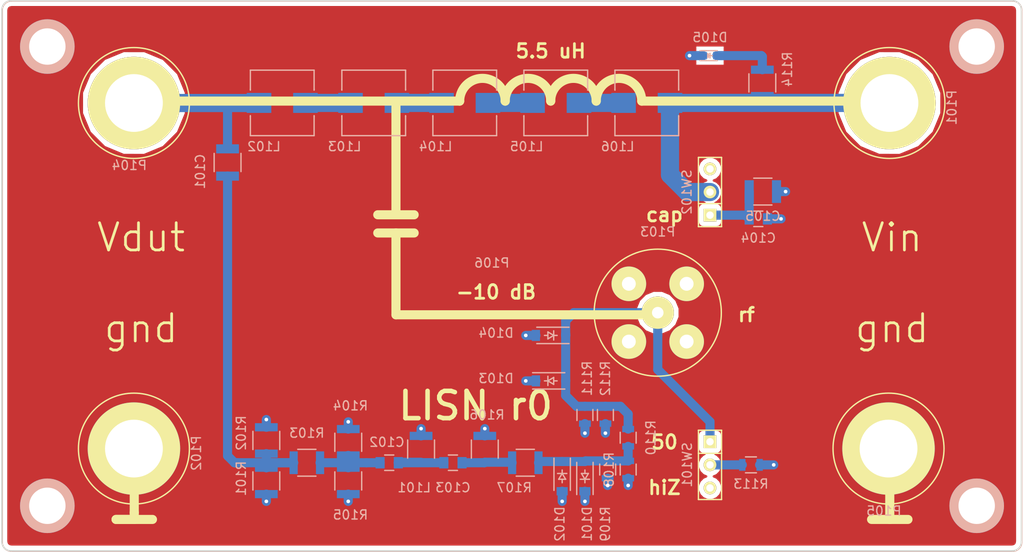
<source format=kicad_pcb>
(kicad_pcb (version 4) (host pcbnew 4.0.2-stable)

  (general
    (links 61)
    (no_connects 1)
    (area 84.474999 56.224999 197.025001 117.275001)
    (thickness 1.6)
    (drawings 37)
    (tracks 107)
    (zones 0)
    (modules 38)
    (nets 17)
  )

  (page A4)
  (layers
    (0 F.Cu signal)
    (31 B.Cu signal)
    (32 B.Adhes user)
    (33 F.Adhes user)
    (34 B.Paste user)
    (35 F.Paste user)
    (36 B.SilkS user)
    (37 F.SilkS user)
    (38 B.Mask user)
    (39 F.Mask user)
    (40 Dwgs.User user)
    (41 Cmts.User user)
    (42 Eco1.User user)
    (43 Eco2.User user)
    (44 Edge.Cuts user)
    (45 Margin user)
    (46 B.CrtYd user)
    (47 F.CrtYd user)
    (48 B.Fab user)
    (49 F.Fab user)
  )

  (setup
    (last_trace_width 0.25)
    (user_trace_width 0.5)
    (user_trace_width 1)
    (user_trace_width 2)
    (user_trace_width 4)
    (trace_clearance 0.2)
    (zone_clearance 0.508)
    (zone_45_only no)
    (trace_min 0.2)
    (segment_width 1)
    (edge_width 0.15)
    (via_size 0.6)
    (via_drill 0.4)
    (via_min_size 0.4)
    (via_min_drill 0.3)
    (uvia_size 0.3)
    (uvia_drill 0.1)
    (uvias_allowed no)
    (uvia_min_size 0.2)
    (uvia_min_drill 0.1)
    (pcb_text_width 0.3)
    (pcb_text_size 1.5 1.5)
    (mod_edge_width 0.15)
    (mod_text_size 1 1)
    (mod_text_width 0.15)
    (pad_size 1.524 1.524)
    (pad_drill 0.762)
    (pad_to_mask_clearance 0.2)
    (aux_axis_origin 0 0)
    (visible_elements FFFEFF7F)
    (pcbplotparams
      (layerselection 0x010f0_80000001)
      (usegerberextensions true)
      (excludeedgelayer true)
      (linewidth 0.100000)
      (plotframeref false)
      (viasonmask false)
      (mode 1)
      (useauxorigin false)
      (hpglpennumber 1)
      (hpglpenspeed 20)
      (hpglpendiameter 15)
      (hpglpenoverlay 2)
      (psnegative false)
      (psa4output false)
      (plotreference true)
      (plotvalue true)
      (plotinvisibletext false)
      (padsonsilk false)
      (subtractmaskfromsilk false)
      (outputformat 1)
      (mirror false)
      (drillshape 0)
      (scaleselection 1)
      (outputdirectory gerbs/))
  )

  (net 0 "")
  (net 1 "Net-(C101-Pad1)")
  (net 2 "Net-(C101-Pad2)")
  (net 3 "Net-(C102-Pad1)")
  (net 4 "Net-(C102-Pad2)")
  (net 5 "Net-(C103-Pad1)")
  (net 6 "Net-(C104-Pad1)")
  (net 7 GND)
  (net 8 "Net-(D101-Pad2)")
  (net 9 "Net-(D103-Pad2)")
  (net 10 "Net-(L102-Pad2)")
  (net 11 "Net-(L103-Pad2)")
  (net 12 "Net-(L104-Pad2)")
  (net 13 "Net-(L105-Pad2)")
  (net 14 "Net-(L106-Pad2)")
  (net 15 "Net-(R113-Pad1)")
  (net 16 "Net-(D105-Pad2)")

  (net_class Default "This is the default net class."
    (clearance 0.2)
    (trace_width 0.25)
    (via_dia 0.6)
    (via_drill 0.4)
    (uvia_dia 0.3)
    (uvia_drill 0.1)
    (add_net GND)
    (add_net "Net-(C101-Pad1)")
    (add_net "Net-(C101-Pad2)")
    (add_net "Net-(C102-Pad1)")
    (add_net "Net-(C102-Pad2)")
    (add_net "Net-(C103-Pad1)")
    (add_net "Net-(C104-Pad1)")
    (add_net "Net-(D101-Pad2)")
    (add_net "Net-(D103-Pad2)")
    (add_net "Net-(D105-Pad2)")
    (add_net "Net-(L102-Pad2)")
    (add_net "Net-(L103-Pad2)")
    (add_net "Net-(L104-Pad2)")
    (add_net "Net-(L105-Pad2)")
    (add_net "Net-(L106-Pad2)")
    (add_net "Net-(R113-Pad1)")
  )

  (module Capacitors_SMD:C_0805 (layer B.Cu) (tedit 5415D6EA) (tstamp 57706F64)
    (at 127.260123 107.265371 180)
    (descr "Capacitor SMD 0805, reflow soldering, AVX (see smccp.pdf)")
    (tags "capacitor 0805")
    (path /577084F5)
    (attr smd)
    (fp_text reference C102 (at 0.260123 2.265371 180) (layer B.SilkS)
      (effects (font (size 1 1) (thickness 0.15)) (justify mirror))
    )
    (fp_text value "470 nF" (at 0 -2.1 180) (layer B.Fab)
      (effects (font (size 1 1) (thickness 0.15)) (justify mirror))
    )
    (fp_line (start -1.8 1) (end 1.8 1) (layer B.CrtYd) (width 0.05))
    (fp_line (start -1.8 -1) (end 1.8 -1) (layer B.CrtYd) (width 0.05))
    (fp_line (start -1.8 1) (end -1.8 -1) (layer B.CrtYd) (width 0.05))
    (fp_line (start 1.8 1) (end 1.8 -1) (layer B.CrtYd) (width 0.05))
    (fp_line (start 0.5 0.85) (end -0.5 0.85) (layer B.SilkS) (width 0.15))
    (fp_line (start -0.5 -0.85) (end 0.5 -0.85) (layer B.SilkS) (width 0.15))
    (pad 1 smd rect (at -1 0 180) (size 1 1.25) (layers B.Cu B.Paste B.Mask)
      (net 3 "Net-(C102-Pad1)"))
    (pad 2 smd rect (at 1 0 180) (size 1 1.25) (layers B.Cu B.Paste B.Mask)
      (net 4 "Net-(C102-Pad2)"))
    (model Capacitors_SMD.3dshapes/C_0805.wrl
      (at (xyz 0 0 0))
      (scale (xyz 1 1 1))
      (rotate (xyz 0 0 0))
    )
  )

  (module Capacitors_SMD:C_0805 (layer B.Cu) (tedit 5415D6EA) (tstamp 57706F6A)
    (at 134.260123 107.265371 180)
    (descr "Capacitor SMD 0805, reflow soldering, AVX (see smccp.pdf)")
    (tags "capacitor 0805")
    (path /577083AC)
    (attr smd)
    (fp_text reference C103 (at 0 -2.734629 180) (layer B.SilkS)
      (effects (font (size 1 1) (thickness 0.15)) (justify mirror))
    )
    (fp_text value "470 nF" (at 0 -2.1 180) (layer B.Fab)
      (effects (font (size 1 1) (thickness 0.15)) (justify mirror))
    )
    (fp_line (start -1.8 1) (end 1.8 1) (layer B.CrtYd) (width 0.05))
    (fp_line (start -1.8 -1) (end 1.8 -1) (layer B.CrtYd) (width 0.05))
    (fp_line (start -1.8 1) (end -1.8 -1) (layer B.CrtYd) (width 0.05))
    (fp_line (start 1.8 1) (end 1.8 -1) (layer B.CrtYd) (width 0.05))
    (fp_line (start 0.5 0.85) (end -0.5 0.85) (layer B.SilkS) (width 0.15))
    (fp_line (start -0.5 -0.85) (end 0.5 -0.85) (layer B.SilkS) (width 0.15))
    (pad 1 smd rect (at -1 0 180) (size 1 1.25) (layers B.Cu B.Paste B.Mask)
      (net 5 "Net-(C103-Pad1)"))
    (pad 2 smd rect (at 1 0 180) (size 1 1.25) (layers B.Cu B.Paste B.Mask)
      (net 3 "Net-(C102-Pad1)"))
    (model Capacitors_SMD.3dshapes/C_0805.wrl
      (at (xyz 0 0 0))
      (scale (xyz 1 1 1))
      (rotate (xyz 0 0 0))
    )
  )

  (module Capacitors_SMD:C_0805 (layer B.Cu) (tedit 5415D6EA) (tstamp 57706F70)
    (at 167.806554 80.449138)
    (descr "Capacitor SMD 0805, reflow soldering, AVX (see smccp.pdf)")
    (tags "capacitor 0805")
    (path /577061E1)
    (attr smd)
    (fp_text reference C104 (at 0 2.1) (layer B.SilkS)
      (effects (font (size 1 1) (thickness 0.15)) (justify mirror))
    )
    (fp_text value C_Small (at 0 -2.1) (layer B.Fab)
      (effects (font (size 1 1) (thickness 0.15)) (justify mirror))
    )
    (fp_line (start -1.8 1) (end 1.8 1) (layer B.CrtYd) (width 0.05))
    (fp_line (start -1.8 -1) (end 1.8 -1) (layer B.CrtYd) (width 0.05))
    (fp_line (start -1.8 1) (end -1.8 -1) (layer B.CrtYd) (width 0.05))
    (fp_line (start 1.8 1) (end 1.8 -1) (layer B.CrtYd) (width 0.05))
    (fp_line (start 0.5 0.85) (end -0.5 0.85) (layer B.SilkS) (width 0.15))
    (fp_line (start -0.5 -0.85) (end 0.5 -0.85) (layer B.SilkS) (width 0.15))
    (pad 1 smd rect (at -1 0) (size 1 1.25) (layers B.Cu B.Paste B.Mask)
      (net 6 "Net-(C104-Pad1)"))
    (pad 2 smd rect (at 1 0) (size 1 1.25) (layers B.Cu B.Paste B.Mask)
      (net 7 GND))
    (model Capacitors_SMD.3dshapes/C_0805.wrl
      (at (xyz 0 0 0))
      (scale (xyz 1 1 1))
      (rotate (xyz 0 0 0))
    )
  )

  (module Diodes_SMD:SOD-123 (layer B.Cu) (tedit 5530FCB9) (tstamp 57706F7C)
    (at 148.760123 108.765371 90)
    (descr SOD-123)
    (tags SOD-123)
    (path /577079F8)
    (attr smd)
    (fp_text reference D101 (at -5.234629 0.239877 90) (layer B.SilkS)
      (effects (font (size 1 1) (thickness 0.15)) (justify mirror))
    )
    (fp_text value 1N4148 (at 0 -2.1 90) (layer B.Fab)
      (effects (font (size 1 1) (thickness 0.15)) (justify mirror))
    )
    (fp_line (start 0.3175 0) (end 0.6985 0) (layer B.SilkS) (width 0.15))
    (fp_line (start -0.6985 0) (end -0.3175 0) (layer B.SilkS) (width 0.15))
    (fp_line (start -0.3175 0) (end 0.3175 0.381) (layer B.SilkS) (width 0.15))
    (fp_line (start 0.3175 0.381) (end 0.3175 -0.381) (layer B.SilkS) (width 0.15))
    (fp_line (start 0.3175 -0.381) (end -0.3175 0) (layer B.SilkS) (width 0.15))
    (fp_line (start -0.3175 0.508) (end -0.3175 -0.508) (layer B.SilkS) (width 0.15))
    (fp_line (start -2.25 1.05) (end 2.25 1.05) (layer B.CrtYd) (width 0.05))
    (fp_line (start 2.25 1.05) (end 2.25 -1.05) (layer B.CrtYd) (width 0.05))
    (fp_line (start 2.25 -1.05) (end -2.25 -1.05) (layer B.CrtYd) (width 0.05))
    (fp_line (start -2.25 1.05) (end -2.25 -1.05) (layer B.CrtYd) (width 0.05))
    (fp_line (start -2 -0.9) (end 1.54 -0.9) (layer B.SilkS) (width 0.15))
    (fp_line (start -2 0.9) (end 1.54 0.9) (layer B.SilkS) (width 0.15))
    (pad 1 smd rect (at -1.635 0 90) (size 0.91 1.22) (layers B.Cu B.Paste B.Mask)
      (net 7 GND))
    (pad 2 smd rect (at 1.635 0 90) (size 0.91 1.22) (layers B.Cu B.Paste B.Mask)
      (net 8 "Net-(D101-Pad2)"))
  )

  (module Diodes_SMD:SOD-123 (layer B.Cu) (tedit 5530FCB9) (tstamp 57706F82)
    (at 146.260123 108.765371 270)
    (descr SOD-123)
    (tags SOD-123)
    (path /577079F2)
    (attr smd)
    (fp_text reference D102 (at 5.234629 0.260123 270) (layer B.SilkS)
      (effects (font (size 1 1) (thickness 0.15)) (justify mirror))
    )
    (fp_text value 1N4148 (at 0 -2.1 270) (layer B.Fab)
      (effects (font (size 1 1) (thickness 0.15)) (justify mirror))
    )
    (fp_line (start 0.3175 0) (end 0.6985 0) (layer B.SilkS) (width 0.15))
    (fp_line (start -0.6985 0) (end -0.3175 0) (layer B.SilkS) (width 0.15))
    (fp_line (start -0.3175 0) (end 0.3175 0.381) (layer B.SilkS) (width 0.15))
    (fp_line (start 0.3175 0.381) (end 0.3175 -0.381) (layer B.SilkS) (width 0.15))
    (fp_line (start 0.3175 -0.381) (end -0.3175 0) (layer B.SilkS) (width 0.15))
    (fp_line (start -0.3175 0.508) (end -0.3175 -0.508) (layer B.SilkS) (width 0.15))
    (fp_line (start -2.25 1.05) (end 2.25 1.05) (layer B.CrtYd) (width 0.05))
    (fp_line (start 2.25 1.05) (end 2.25 -1.05) (layer B.CrtYd) (width 0.05))
    (fp_line (start 2.25 -1.05) (end -2.25 -1.05) (layer B.CrtYd) (width 0.05))
    (fp_line (start -2.25 1.05) (end -2.25 -1.05) (layer B.CrtYd) (width 0.05))
    (fp_line (start -2 -0.9) (end 1.54 -0.9) (layer B.SilkS) (width 0.15))
    (fp_line (start -2 0.9) (end 1.54 0.9) (layer B.SilkS) (width 0.15))
    (pad 1 smd rect (at -1.635 0 270) (size 0.91 1.22) (layers B.Cu B.Paste B.Mask)
      (net 8 "Net-(D101-Pad2)"))
    (pad 2 smd rect (at 1.635 0 270) (size 0.91 1.22) (layers B.Cu B.Paste B.Mask)
      (net 7 GND))
  )

  (module Diodes_SMD:SOD-123 (layer B.Cu) (tedit 5530FCB9) (tstamp 57706F88)
    (at 145.010123 98.265371)
    (descr SOD-123)
    (tags SOD-123)
    (path /57705782)
    (attr smd)
    (fp_text reference D103 (at -6.010123 -0.265371 180) (layer B.SilkS)
      (effects (font (size 1 1) (thickness 0.15)) (justify mirror))
    )
    (fp_text value 1N4148 (at 0 -2.1) (layer B.Fab)
      (effects (font (size 1 1) (thickness 0.15)) (justify mirror))
    )
    (fp_line (start 0.3175 0) (end 0.6985 0) (layer B.SilkS) (width 0.15))
    (fp_line (start -0.6985 0) (end -0.3175 0) (layer B.SilkS) (width 0.15))
    (fp_line (start -0.3175 0) (end 0.3175 0.381) (layer B.SilkS) (width 0.15))
    (fp_line (start 0.3175 0.381) (end 0.3175 -0.381) (layer B.SilkS) (width 0.15))
    (fp_line (start 0.3175 -0.381) (end -0.3175 0) (layer B.SilkS) (width 0.15))
    (fp_line (start -0.3175 0.508) (end -0.3175 -0.508) (layer B.SilkS) (width 0.15))
    (fp_line (start -2.25 1.05) (end 2.25 1.05) (layer B.CrtYd) (width 0.05))
    (fp_line (start 2.25 1.05) (end 2.25 -1.05) (layer B.CrtYd) (width 0.05))
    (fp_line (start 2.25 -1.05) (end -2.25 -1.05) (layer B.CrtYd) (width 0.05))
    (fp_line (start -2.25 1.05) (end -2.25 -1.05) (layer B.CrtYd) (width 0.05))
    (fp_line (start -2 -0.9) (end 1.54 -0.9) (layer B.SilkS) (width 0.15))
    (fp_line (start -2 0.9) (end 1.54 0.9) (layer B.SilkS) (width 0.15))
    (pad 1 smd rect (at -1.635 0) (size 0.91 1.22) (layers B.Cu B.Paste B.Mask)
      (net 7 GND))
    (pad 2 smd rect (at 1.635 0) (size 0.91 1.22) (layers B.Cu B.Paste B.Mask)
      (net 9 "Net-(D103-Pad2)"))
  )

  (module Diodes_SMD:SOD-123 (layer B.Cu) (tedit 5530FCB9) (tstamp 57706F8E)
    (at 145.010123 93.265371 180)
    (descr SOD-123)
    (tags SOD-123)
    (path /5770570D)
    (attr smd)
    (fp_text reference D104 (at 6.010123 0.265371 180) (layer B.SilkS)
      (effects (font (size 1 1) (thickness 0.15)) (justify mirror))
    )
    (fp_text value 1N4148 (at 0 -2.1 180) (layer B.Fab)
      (effects (font (size 1 1) (thickness 0.15)) (justify mirror))
    )
    (fp_line (start 0.3175 0) (end 0.6985 0) (layer B.SilkS) (width 0.15))
    (fp_line (start -0.6985 0) (end -0.3175 0) (layer B.SilkS) (width 0.15))
    (fp_line (start -0.3175 0) (end 0.3175 0.381) (layer B.SilkS) (width 0.15))
    (fp_line (start 0.3175 0.381) (end 0.3175 -0.381) (layer B.SilkS) (width 0.15))
    (fp_line (start 0.3175 -0.381) (end -0.3175 0) (layer B.SilkS) (width 0.15))
    (fp_line (start -0.3175 0.508) (end -0.3175 -0.508) (layer B.SilkS) (width 0.15))
    (fp_line (start -2.25 1.05) (end 2.25 1.05) (layer B.CrtYd) (width 0.05))
    (fp_line (start 2.25 1.05) (end 2.25 -1.05) (layer B.CrtYd) (width 0.05))
    (fp_line (start 2.25 -1.05) (end -2.25 -1.05) (layer B.CrtYd) (width 0.05))
    (fp_line (start -2.25 1.05) (end -2.25 -1.05) (layer B.CrtYd) (width 0.05))
    (fp_line (start -2 -0.9) (end 1.54 -0.9) (layer B.SilkS) (width 0.15))
    (fp_line (start -2 0.9) (end 1.54 0.9) (layer B.SilkS) (width 0.15))
    (pad 1 smd rect (at -1.635 0 180) (size 0.91 1.22) (layers B.Cu B.Paste B.Mask)
      (net 9 "Net-(D103-Pad2)"))
    (pad 2 smd rect (at 1.635 0 180) (size 0.91 1.22) (layers B.Cu B.Paste B.Mask)
      (net 7 GND))
  )

  (module Resistors_SMD:R_1210 (layer B.Cu) (tedit 5415D182) (tstamp 57706F94)
    (at 130.760123 105.765371 90)
    (descr "Resistor SMD 1210, reflow soldering, Vishay (see dcrcw.pdf)")
    (tags "resistor 1210")
    (path /577086AC)
    (attr smd)
    (fp_text reference L101 (at -4.234629 -0.760123 180) (layer B.SilkS)
      (effects (font (size 1 1) (thickness 0.15)) (justify mirror))
    )
    (fp_text value "1 mH" (at 0 -2.7 90) (layer B.Fab)
      (effects (font (size 1 1) (thickness 0.15)) (justify mirror))
    )
    (fp_line (start -2.2 1.6) (end 2.2 1.6) (layer B.CrtYd) (width 0.05))
    (fp_line (start -2.2 -1.6) (end 2.2 -1.6) (layer B.CrtYd) (width 0.05))
    (fp_line (start -2.2 1.6) (end -2.2 -1.6) (layer B.CrtYd) (width 0.05))
    (fp_line (start 2.2 1.6) (end 2.2 -1.6) (layer B.CrtYd) (width 0.05))
    (fp_line (start 1 -1.475) (end -1 -1.475) (layer B.SilkS) (width 0.15))
    (fp_line (start -1 1.475) (end 1 1.475) (layer B.SilkS) (width 0.15))
    (pad 1 smd rect (at -1.45 0 90) (size 0.9 2.5) (layers B.Cu B.Paste B.Mask)
      (net 3 "Net-(C102-Pad1)"))
    (pad 2 smd rect (at 1.45 0 90) (size 0.9 2.5) (layers B.Cu B.Paste B.Mask)
      (net 7 GND))
    (model Resistors_SMD.3dshapes/R_1210.wrl
      (at (xyz 0 0 0))
      (scale (xyz 1 1 1))
      (rotate (xyz 0 0 0))
    )
  )

  (module Connect:bnc-ci (layer F.Cu) (tedit 0) (tstamp 57706FC7)
    (at 156.760123 90.765371)
    (path /57705963)
    (fp_text reference P103 (at 0 -8.89) (layer B.SilkS)
      (effects (font (size 1 1) (thickness 0.15)) (justify mirror))
    )
    (fp_text value BNC (at 0 8.89) (layer F.Fab)
      (effects (font (size 1 1) (thickness 0.15)))
    )
    (fp_circle (center 0 0) (end -6.985 0) (layer F.SilkS) (width 0.15))
    (pad 2 thru_hole circle (at -3.175 -3.175) (size 3.81 3.81) (drill 1.524) (layers *.Cu *.Mask F.SilkS)
      (net 7 GND))
    (pad 1 thru_hole circle (at 0 0) (size 3.556 3.556) (drill 1.27) (layers *.Cu *.Mask F.SilkS)
      (net 9 "Net-(D103-Pad2)"))
    (pad 2 thru_hole circle (at 3.175 -3.175) (size 3.81 3.81) (drill 1.524) (layers *.Cu *.Mask F.SilkS)
      (net 7 GND))
    (pad 2 thru_hole circle (at -3.175 3.175) (size 3.81 3.81) (drill 1.524) (layers *.Cu *.Mask F.SilkS)
      (net 7 GND))
    (pad 2 thru_hole circle (at 3.175 3.175) (size 3.81 3.81) (drill 1.524) (layers *.Cu *.Mask F.SilkS)
      (net 7 GND))
    (model Connect.3dshapes/bnc-ci.wrl
      (at (xyz 0 0 0))
      (scale (xyz 2 2 2))
      (rotate (xyz 0 0 0))
    )
  )

  (module Resistors_SMD:R_1210 (layer B.Cu) (tedit 5415D182) (tstamp 57706FCD)
    (at 113.760123 109.265371 270)
    (descr "Resistor SMD 1210, reflow soldering, Vishay (see dcrcw.pdf)")
    (tags "resistor 1210")
    (path /57708E02)
    (attr smd)
    (fp_text reference R101 (at -0.265371 2.760123 270) (layer B.SilkS)
      (effects (font (size 1 1) (thickness 0.15)) (justify mirror))
    )
    (fp_text value 620 (at 0 -2.7 270) (layer B.Fab)
      (effects (font (size 1 1) (thickness 0.15)) (justify mirror))
    )
    (fp_line (start -2.2 1.6) (end 2.2 1.6) (layer B.CrtYd) (width 0.05))
    (fp_line (start -2.2 -1.6) (end 2.2 -1.6) (layer B.CrtYd) (width 0.05))
    (fp_line (start -2.2 1.6) (end -2.2 -1.6) (layer B.CrtYd) (width 0.05))
    (fp_line (start 2.2 1.6) (end 2.2 -1.6) (layer B.CrtYd) (width 0.05))
    (fp_line (start 1 -1.475) (end -1 -1.475) (layer B.SilkS) (width 0.15))
    (fp_line (start -1 1.475) (end 1 1.475) (layer B.SilkS) (width 0.15))
    (pad 1 smd rect (at -1.45 0 270) (size 0.9 2.5) (layers B.Cu B.Paste B.Mask)
      (net 1 "Net-(C101-Pad1)"))
    (pad 2 smd rect (at 1.45 0 270) (size 0.9 2.5) (layers B.Cu B.Paste B.Mask)
      (net 7 GND))
    (model Resistors_SMD.3dshapes/R_1210.wrl
      (at (xyz 0 0 0))
      (scale (xyz 1 1 1))
      (rotate (xyz 0 0 0))
    )
  )

  (module Resistors_SMD:R_1210 (layer B.Cu) (tedit 5415D182) (tstamp 57706FD3)
    (at 113.760123 104.815371 90)
    (descr "Resistor SMD 1210, reflow soldering, Vishay (see dcrcw.pdf)")
    (tags "resistor 1210")
    (path /577099AA)
    (attr smd)
    (fp_text reference R102 (at 0.815371 -2.760123 90) (layer B.SilkS)
      (effects (font (size 1 1) (thickness 0.15)) (justify mirror))
    )
    (fp_text value 560 (at 0 -2.7 90) (layer B.Fab)
      (effects (font (size 1 1) (thickness 0.15)) (justify mirror))
    )
    (fp_line (start -2.2 1.6) (end 2.2 1.6) (layer B.CrtYd) (width 0.05))
    (fp_line (start -2.2 -1.6) (end 2.2 -1.6) (layer B.CrtYd) (width 0.05))
    (fp_line (start -2.2 1.6) (end -2.2 -1.6) (layer B.CrtYd) (width 0.05))
    (fp_line (start 2.2 1.6) (end 2.2 -1.6) (layer B.CrtYd) (width 0.05))
    (fp_line (start 1 -1.475) (end -1 -1.475) (layer B.SilkS) (width 0.15))
    (fp_line (start -1 1.475) (end 1 1.475) (layer B.SilkS) (width 0.15))
    (pad 1 smd rect (at -1.45 0 90) (size 0.9 2.5) (layers B.Cu B.Paste B.Mask)
      (net 1 "Net-(C101-Pad1)"))
    (pad 2 smd rect (at 1.45 0 90) (size 0.9 2.5) (layers B.Cu B.Paste B.Mask)
      (net 7 GND))
    (model Resistors_SMD.3dshapes/R_1210.wrl
      (at (xyz 0 0 0))
      (scale (xyz 1 1 1))
      (rotate (xyz 0 0 0))
    )
  )

  (module Resistors_SMD:R_1210 (layer B.Cu) (tedit 5415D182) (tstamp 57706FD9)
    (at 118.210123 107.265371 180)
    (descr "Resistor SMD 1210, reflow soldering, Vishay (see dcrcw.pdf)")
    (tags "resistor 1210")
    (path /57708DFC)
    (attr smd)
    (fp_text reference R103 (at 0 3.265371 180) (layer B.SilkS)
      (effects (font (size 1 1) (thickness 0.15)) (justify mirror))
    )
    (fp_text value 18 (at 0 -2.7 180) (layer B.Fab)
      (effects (font (size 1 1) (thickness 0.15)) (justify mirror))
    )
    (fp_line (start -2.2 1.6) (end 2.2 1.6) (layer B.CrtYd) (width 0.05))
    (fp_line (start -2.2 -1.6) (end 2.2 -1.6) (layer B.CrtYd) (width 0.05))
    (fp_line (start -2.2 1.6) (end -2.2 -1.6) (layer B.CrtYd) (width 0.05))
    (fp_line (start 2.2 1.6) (end 2.2 -1.6) (layer B.CrtYd) (width 0.05))
    (fp_line (start 1 -1.475) (end -1 -1.475) (layer B.SilkS) (width 0.15))
    (fp_line (start -1 1.475) (end 1 1.475) (layer B.SilkS) (width 0.15))
    (pad 1 smd rect (at -1.45 0 180) (size 0.9 2.5) (layers B.Cu B.Paste B.Mask)
      (net 4 "Net-(C102-Pad2)"))
    (pad 2 smd rect (at 1.45 0 180) (size 0.9 2.5) (layers B.Cu B.Paste B.Mask)
      (net 1 "Net-(C101-Pad1)"))
    (model Resistors_SMD.3dshapes/R_1210.wrl
      (at (xyz 0 0 0))
      (scale (xyz 1 1 1))
      (rotate (xyz 0 0 0))
    )
  )

  (module Resistors_SMD:R_1210 (layer B.Cu) (tedit 5415D182) (tstamp 57706FDF)
    (at 122.760123 105.015371 90)
    (descr "Resistor SMD 1210, reflow soldering, Vishay (see dcrcw.pdf)")
    (tags "resistor 1210")
    (path /57709748)
    (attr smd)
    (fp_text reference R104 (at 4.015371 0.239877 360) (layer B.SilkS)
      (effects (font (size 1 1) (thickness 0.15)) (justify mirror))
    )
    (fp_text value 430 (at 0 -2.7 90) (layer B.Fab)
      (effects (font (size 1 1) (thickness 0.15)) (justify mirror))
    )
    (fp_line (start -2.2 1.6) (end 2.2 1.6) (layer B.CrtYd) (width 0.05))
    (fp_line (start -2.2 -1.6) (end 2.2 -1.6) (layer B.CrtYd) (width 0.05))
    (fp_line (start -2.2 1.6) (end -2.2 -1.6) (layer B.CrtYd) (width 0.05))
    (fp_line (start 2.2 1.6) (end 2.2 -1.6) (layer B.CrtYd) (width 0.05))
    (fp_line (start 1 -1.475) (end -1 -1.475) (layer B.SilkS) (width 0.15))
    (fp_line (start -1 1.475) (end 1 1.475) (layer B.SilkS) (width 0.15))
    (pad 1 smd rect (at -1.45 0 90) (size 0.9 2.5) (layers B.Cu B.Paste B.Mask)
      (net 4 "Net-(C102-Pad2)"))
    (pad 2 smd rect (at 1.45 0 90) (size 0.9 2.5) (layers B.Cu B.Paste B.Mask)
      (net 7 GND))
    (model Resistors_SMD.3dshapes/R_1210.wrl
      (at (xyz 0 0 0))
      (scale (xyz 1 1 1))
      (rotate (xyz 0 0 0))
    )
  )

  (module Resistors_SMD:R_1210 (layer B.Cu) (tedit 5415D182) (tstamp 57706FE5)
    (at 122.760123 109.265371 270)
    (descr "Resistor SMD 1210, reflow soldering, Vishay (see dcrcw.pdf)")
    (tags "resistor 1210")
    (path /57708DEE)
    (attr smd)
    (fp_text reference R105 (at 3.734629 -0.239877 360) (layer B.SilkS)
      (effects (font (size 1 1) (thickness 0.15)) (justify mirror))
    )
    (fp_text value 430 (at 0 -2.7 270) (layer B.Fab)
      (effects (font (size 1 1) (thickness 0.15)) (justify mirror))
    )
    (fp_line (start -2.2 1.6) (end 2.2 1.6) (layer B.CrtYd) (width 0.05))
    (fp_line (start -2.2 -1.6) (end 2.2 -1.6) (layer B.CrtYd) (width 0.05))
    (fp_line (start -2.2 1.6) (end -2.2 -1.6) (layer B.CrtYd) (width 0.05))
    (fp_line (start 2.2 1.6) (end 2.2 -1.6) (layer B.CrtYd) (width 0.05))
    (fp_line (start 1 -1.475) (end -1 -1.475) (layer B.SilkS) (width 0.15))
    (fp_line (start -1 1.475) (end 1 1.475) (layer B.SilkS) (width 0.15))
    (pad 1 smd rect (at -1.45 0 270) (size 0.9 2.5) (layers B.Cu B.Paste B.Mask)
      (net 4 "Net-(C102-Pad2)"))
    (pad 2 smd rect (at 1.45 0 270) (size 0.9 2.5) (layers B.Cu B.Paste B.Mask)
      (net 7 GND))
    (model Resistors_SMD.3dshapes/R_1210.wrl
      (at (xyz 0 0 0))
      (scale (xyz 1 1 1))
      (rotate (xyz 0 0 0))
    )
  )

  (module Resistors_SMD:R_1210 (layer B.Cu) (tedit 5415D182) (tstamp 57706FEB)
    (at 137.760123 105.765371 90)
    (descr "Resistor SMD 1210, reflow soldering, Vishay (see dcrcw.pdf)")
    (tags "resistor 1210")
    (path /57708004)
    (attr smd)
    (fp_text reference R106 (at 3.765371 0.239877 180) (layer B.SilkS)
      (effects (font (size 1 1) (thickness 0.15)) (justify mirror))
    )
    (fp_text value 220 (at 0 -2.7 90) (layer B.Fab)
      (effects (font (size 1 1) (thickness 0.15)) (justify mirror))
    )
    (fp_line (start -2.2 1.6) (end 2.2 1.6) (layer B.CrtYd) (width 0.05))
    (fp_line (start -2.2 -1.6) (end 2.2 -1.6) (layer B.CrtYd) (width 0.05))
    (fp_line (start -2.2 1.6) (end -2.2 -1.6) (layer B.CrtYd) (width 0.05))
    (fp_line (start 2.2 1.6) (end 2.2 -1.6) (layer B.CrtYd) (width 0.05))
    (fp_line (start 1 -1.475) (end -1 -1.475) (layer B.SilkS) (width 0.15))
    (fp_line (start -1 1.475) (end 1 1.475) (layer B.SilkS) (width 0.15))
    (pad 1 smd rect (at -1.45 0 90) (size 0.9 2.5) (layers B.Cu B.Paste B.Mask)
      (net 5 "Net-(C103-Pad1)"))
    (pad 2 smd rect (at 1.45 0 90) (size 0.9 2.5) (layers B.Cu B.Paste B.Mask)
      (net 7 GND))
    (model Resistors_SMD.3dshapes/R_1210.wrl
      (at (xyz 0 0 0))
      (scale (xyz 1 1 1))
      (rotate (xyz 0 0 0))
    )
  )

  (module Resistors_SMD:R_1210 (layer B.Cu) (tedit 5415D182) (tstamp 57706FF1)
    (at 142.210123 107.265371 180)
    (descr "Resistor SMD 1210, reflow soldering, Vishay (see dcrcw.pdf)")
    (tags "resistor 1210")
    (path /57707BA7)
    (attr smd)
    (fp_text reference R107 (at 1.210123 -2.734629 180) (layer B.SilkS)
      (effects (font (size 1 1) (thickness 0.15)) (justify mirror))
    )
    (fp_text value 30 (at 0 -2.7 180) (layer B.Fab)
      (effects (font (size 1 1) (thickness 0.15)) (justify mirror))
    )
    (fp_line (start -2.2 1.6) (end 2.2 1.6) (layer B.CrtYd) (width 0.05))
    (fp_line (start -2.2 -1.6) (end 2.2 -1.6) (layer B.CrtYd) (width 0.05))
    (fp_line (start -2.2 1.6) (end -2.2 -1.6) (layer B.CrtYd) (width 0.05))
    (fp_line (start 2.2 1.6) (end 2.2 -1.6) (layer B.CrtYd) (width 0.05))
    (fp_line (start 1 -1.475) (end -1 -1.475) (layer B.SilkS) (width 0.15))
    (fp_line (start -1 1.475) (end 1 1.475) (layer B.SilkS) (width 0.15))
    (pad 1 smd rect (at -1.45 0 180) (size 0.9 2.5) (layers B.Cu B.Paste B.Mask)
      (net 8 "Net-(D101-Pad2)"))
    (pad 2 smd rect (at 1.45 0 180) (size 0.9 2.5) (layers B.Cu B.Paste B.Mask)
      (net 5 "Net-(C103-Pad1)"))
    (model Resistors_SMD.3dshapes/R_1210.wrl
      (at (xyz 0 0 0))
      (scale (xyz 1 1 1))
      (rotate (xyz 0 0 0))
    )
  )

  (module Resistors_SMD:R_0805 (layer B.Cu) (tedit 5415CDEB) (tstamp 57706FF7)
    (at 153.510123 108.015371 270)
    (descr "Resistor SMD 0805, reflow soldering, Vishay (see dcrcw.pdf)")
    (tags "resistor 0805")
    (path /577076F1)
    (attr smd)
    (fp_text reference R108 (at 0 2.1 270) (layer B.SilkS)
      (effects (font (size 1 1) (thickness 0.15)) (justify mirror))
    )
    (fp_text value 270 (at 0 -2.1 270) (layer B.Fab)
      (effects (font (size 1 1) (thickness 0.15)) (justify mirror))
    )
    (fp_line (start -1.6 1) (end 1.6 1) (layer B.CrtYd) (width 0.05))
    (fp_line (start -1.6 -1) (end 1.6 -1) (layer B.CrtYd) (width 0.05))
    (fp_line (start -1.6 1) (end -1.6 -1) (layer B.CrtYd) (width 0.05))
    (fp_line (start 1.6 1) (end 1.6 -1) (layer B.CrtYd) (width 0.05))
    (fp_line (start 0.6 -0.875) (end -0.6 -0.875) (layer B.SilkS) (width 0.15))
    (fp_line (start -0.6 0.875) (end 0.6 0.875) (layer B.SilkS) (width 0.15))
    (pad 1 smd rect (at -0.95 0 270) (size 0.7 1.3) (layers B.Cu B.Paste B.Mask)
      (net 8 "Net-(D101-Pad2)"))
    (pad 2 smd rect (at 0.95 0 270) (size 0.7 1.3) (layers B.Cu B.Paste B.Mask)
      (net 7 GND))
    (model Resistors_SMD.3dshapes/R_0805.wrl
      (at (xyz 0 0 0))
      (scale (xyz 1 1 1))
      (rotate (xyz 0 0 0))
    )
  )

  (module Resistors_SMD:R_0805 (layer B.Cu) (tedit 5415CDEB) (tstamp 57706FFD)
    (at 151.260123 108.015371 270)
    (descr "Resistor SMD 0805, reflow soldering, Vishay (see dcrcw.pdf)")
    (tags "resistor 0805")
    (path /577076E3)
    (attr smd)
    (fp_text reference R109 (at 5.984629 0.260123 270) (layer B.SilkS)
      (effects (font (size 1 1) (thickness 0.15)) (justify mirror))
    )
    (fp_text value 240 (at 0 -2.1 270) (layer B.Fab)
      (effects (font (size 1 1) (thickness 0.15)) (justify mirror))
    )
    (fp_line (start -1.6 1) (end 1.6 1) (layer B.CrtYd) (width 0.05))
    (fp_line (start -1.6 -1) (end 1.6 -1) (layer B.CrtYd) (width 0.05))
    (fp_line (start -1.6 1) (end -1.6 -1) (layer B.CrtYd) (width 0.05))
    (fp_line (start 1.6 1) (end 1.6 -1) (layer B.CrtYd) (width 0.05))
    (fp_line (start 0.6 -0.875) (end -0.6 -0.875) (layer B.SilkS) (width 0.15))
    (fp_line (start -0.6 0.875) (end 0.6 0.875) (layer B.SilkS) (width 0.15))
    (pad 1 smd rect (at -0.95 0 270) (size 0.7 1.3) (layers B.Cu B.Paste B.Mask)
      (net 8 "Net-(D101-Pad2)"))
    (pad 2 smd rect (at 0.95 0 270) (size 0.7 1.3) (layers B.Cu B.Paste B.Mask)
      (net 7 GND))
    (model Resistors_SMD.3dshapes/R_0805.wrl
      (at (xyz 0 0 0))
      (scale (xyz 1 1 1))
      (rotate (xyz 0 0 0))
    )
  )

  (module Resistors_SMD:R_0805 (layer B.Cu) (tedit 5415CDEB) (tstamp 57707003)
    (at 153.510123 104.515371 270)
    (descr "Resistor SMD 0805, reflow soldering, Vishay (see dcrcw.pdf)")
    (tags "resistor 0805")
    (path /57707454)
    (attr smd)
    (fp_text reference R110 (at 0 -2.489877 270) (layer B.SilkS)
      (effects (font (size 1 1) (thickness 0.15)) (justify mirror))
    )
    (fp_text value 12 (at 0 -2.1 270) (layer B.Fab)
      (effects (font (size 1 1) (thickness 0.15)) (justify mirror))
    )
    (fp_line (start -1.6 1) (end 1.6 1) (layer B.CrtYd) (width 0.05))
    (fp_line (start -1.6 -1) (end 1.6 -1) (layer B.CrtYd) (width 0.05))
    (fp_line (start -1.6 1) (end -1.6 -1) (layer B.CrtYd) (width 0.05))
    (fp_line (start 1.6 1) (end 1.6 -1) (layer B.CrtYd) (width 0.05))
    (fp_line (start 0.6 -0.875) (end -0.6 -0.875) (layer B.SilkS) (width 0.15))
    (fp_line (start -0.6 0.875) (end 0.6 0.875) (layer B.SilkS) (width 0.15))
    (pad 1 smd rect (at -0.95 0 270) (size 0.7 1.3) (layers B.Cu B.Paste B.Mask)
      (net 9 "Net-(D103-Pad2)"))
    (pad 2 smd rect (at 0.95 0 270) (size 0.7 1.3) (layers B.Cu B.Paste B.Mask)
      (net 8 "Net-(D101-Pad2)"))
    (model Resistors_SMD.3dshapes/R_0805.wrl
      (at (xyz 0 0 0))
      (scale (xyz 1 1 1))
      (rotate (xyz 0 0 0))
    )
  )

  (module Resistors_SMD:R_0805 (layer B.Cu) (tedit 5415CDEB) (tstamp 57707009)
    (at 148.760123 102.015371 270)
    (descr "Resistor SMD 0805, reflow soldering, Vishay (see dcrcw.pdf)")
    (tags "resistor 0805")
    (path /57707344)
    (attr smd)
    (fp_text reference R111 (at -4.015371 -0.239877 270) (layer B.SilkS)
      (effects (font (size 1 1) (thickness 0.15)) (justify mirror))
    )
    (fp_text value 820 (at 0 -2.1 270) (layer B.Fab)
      (effects (font (size 1 1) (thickness 0.15)) (justify mirror))
    )
    (fp_line (start -1.6 1) (end 1.6 1) (layer B.CrtYd) (width 0.05))
    (fp_line (start -1.6 -1) (end 1.6 -1) (layer B.CrtYd) (width 0.05))
    (fp_line (start -1.6 1) (end -1.6 -1) (layer B.CrtYd) (width 0.05))
    (fp_line (start 1.6 1) (end 1.6 -1) (layer B.CrtYd) (width 0.05))
    (fp_line (start 0.6 -0.875) (end -0.6 -0.875) (layer B.SilkS) (width 0.15))
    (fp_line (start -0.6 0.875) (end 0.6 0.875) (layer B.SilkS) (width 0.15))
    (pad 1 smd rect (at -0.95 0 270) (size 0.7 1.3) (layers B.Cu B.Paste B.Mask)
      (net 9 "Net-(D103-Pad2)"))
    (pad 2 smd rect (at 0.95 0 270) (size 0.7 1.3) (layers B.Cu B.Paste B.Mask)
      (net 7 GND))
    (model Resistors_SMD.3dshapes/R_0805.wrl
      (at (xyz 0 0 0))
      (scale (xyz 1 1 1))
      (rotate (xyz 0 0 0))
    )
  )

  (module Resistors_SMD:R_0805 (layer B.Cu) (tedit 5415CDEB) (tstamp 5770700F)
    (at 151.010123 102.015371 270)
    (descr "Resistor SMD 0805, reflow soldering, Vishay (see dcrcw.pdf)")
    (tags "resistor 0805")
    (path /577071CE)
    (attr smd)
    (fp_text reference R112 (at -4.015371 0.010123 270) (layer B.SilkS)
      (effects (font (size 1 1) (thickness 0.15)) (justify mirror))
    )
    (fp_text value 910 (at 0 -2.1 270) (layer B.Fab)
      (effects (font (size 1 1) (thickness 0.15)) (justify mirror))
    )
    (fp_line (start -1.6 1) (end 1.6 1) (layer B.CrtYd) (width 0.05))
    (fp_line (start -1.6 -1) (end 1.6 -1) (layer B.CrtYd) (width 0.05))
    (fp_line (start -1.6 1) (end -1.6 -1) (layer B.CrtYd) (width 0.05))
    (fp_line (start 1.6 1) (end 1.6 -1) (layer B.CrtYd) (width 0.05))
    (fp_line (start 0.6 -0.875) (end -0.6 -0.875) (layer B.SilkS) (width 0.15))
    (fp_line (start -0.6 0.875) (end 0.6 0.875) (layer B.SilkS) (width 0.15))
    (pad 1 smd rect (at -0.95 0 270) (size 0.7 1.3) (layers B.Cu B.Paste B.Mask)
      (net 9 "Net-(D103-Pad2)"))
    (pad 2 smd rect (at 0.95 0 270) (size 0.7 1.3) (layers B.Cu B.Paste B.Mask)
      (net 7 GND))
    (model Resistors_SMD.3dshapes/R_0805.wrl
      (at (xyz 0 0 0))
      (scale (xyz 1 1 1))
      (rotate (xyz 0 0 0))
    )
  )

  (module Resistors_SMD:R_0805 (layer B.Cu) (tedit 5415CDEB) (tstamp 57707015)
    (at 167 107.5)
    (descr "Resistor SMD 0805, reflow soldering, Vishay (see dcrcw.pdf)")
    (tags "resistor 0805")
    (path /5770680A)
    (attr smd)
    (fp_text reference R113 (at 0 2.1) (layer B.SilkS)
      (effects (font (size 1 1) (thickness 0.15)) (justify mirror))
    )
    (fp_text value 50 (at 0 -2.1) (layer B.Fab)
      (effects (font (size 1 1) (thickness 0.15)) (justify mirror))
    )
    (fp_line (start -1.6 1) (end 1.6 1) (layer B.CrtYd) (width 0.05))
    (fp_line (start -1.6 -1) (end 1.6 -1) (layer B.CrtYd) (width 0.05))
    (fp_line (start -1.6 1) (end -1.6 -1) (layer B.CrtYd) (width 0.05))
    (fp_line (start 1.6 1) (end 1.6 -1) (layer B.CrtYd) (width 0.05))
    (fp_line (start 0.6 -0.875) (end -0.6 -0.875) (layer B.SilkS) (width 0.15))
    (fp_line (start -0.6 0.875) (end 0.6 0.875) (layer B.SilkS) (width 0.15))
    (pad 1 smd rect (at -0.95 0) (size 0.7 1.3) (layers B.Cu B.Paste B.Mask)
      (net 15 "Net-(R113-Pad1)"))
    (pad 2 smd rect (at 0.95 0) (size 0.7 1.3) (layers B.Cu B.Paste B.Mask)
      (net 7 GND))
    (model Resistors_SMD.3dshapes/R_0805.wrl
      (at (xyz 0 0 0))
      (scale (xyz 1 1 1))
      (rotate (xyz 0 0 0))
    )
  )

  (module Buttons_Switches_ThroughHole:SW_Micro_SPST (layer F.Cu) (tedit 54BFC180) (tstamp 5770701C)
    (at 162.5 107.5 270)
    (tags "Switch Micro SPST")
    (path /57705E58)
    (fp_text reference SW101 (at 0 2.5 270) (layer B.SilkS)
      (effects (font (size 1 1) (thickness 0.15)) (justify mirror))
    )
    (fp_text value SPST (at 0.025 2.45 270) (layer F.Fab)
      (effects (font (size 1 1) (thickness 0.15)))
    )
    (fp_line (start -3.81 1.27) (end -3.81 -1.27) (layer F.SilkS) (width 0.15))
    (fp_line (start -3.81 -1.27) (end 3.81 -1.27) (layer F.SilkS) (width 0.15))
    (fp_line (start 3.81 -1.27) (end 3.81 1.27) (layer F.SilkS) (width 0.15))
    (fp_line (start 3.81 1.27) (end -3.81 1.27) (layer F.SilkS) (width 0.15))
    (fp_line (start -1.27 -1.27) (end -1.27 1.27) (layer F.SilkS) (width 0.15))
    (pad 1 thru_hole rect (at -2.54 0 270) (size 1.397 1.397) (drill 0.8128) (layers *.Cu *.Mask F.SilkS)
      (net 9 "Net-(D103-Pad2)"))
    (pad 2 thru_hole circle (at 0 0 270) (size 1.397 1.397) (drill 0.8128) (layers *.Cu *.Mask F.SilkS)
      (net 15 "Net-(R113-Pad1)"))
    (pad 3 thru_hole circle (at 2.54 0 270) (size 1.397 1.397) (drill 0.8128) (layers *.Cu *.Mask F.SilkS))
    (model Buttons_Switches_ThroughHole.3dshapes/SW_Micro_SPST.wrl
      (at (xyz 0 0 0))
      (scale (xyz 0.33 0.33 0.33))
      (rotate (xyz 0 0 0))
    )
  )

  (module Buttons_Switches_ThroughHole:SW_Micro_SPST (layer F.Cu) (tedit 54BFC180) (tstamp 57707023)
    (at 162.5 77.5 90)
    (tags "Switch Micro SPST")
    (path /577060BB)
    (fp_text reference SW102 (at 0 -2.54 90) (layer B.SilkS)
      (effects (font (size 1 1) (thickness 0.15)) (justify mirror))
    )
    (fp_text value SPST (at 0.025 2.45 90) (layer F.Fab)
      (effects (font (size 1 1) (thickness 0.15)))
    )
    (fp_line (start -3.81 1.27) (end -3.81 -1.27) (layer F.SilkS) (width 0.15))
    (fp_line (start -3.81 -1.27) (end 3.81 -1.27) (layer F.SilkS) (width 0.15))
    (fp_line (start 3.81 -1.27) (end 3.81 1.27) (layer F.SilkS) (width 0.15))
    (fp_line (start 3.81 1.27) (end -3.81 1.27) (layer F.SilkS) (width 0.15))
    (fp_line (start -1.27 -1.27) (end -1.27 1.27) (layer F.SilkS) (width 0.15))
    (pad 1 thru_hole rect (at -2.54 0 90) (size 1.397 1.397) (drill 0.8128) (layers *.Cu *.Mask F.SilkS)
      (net 6 "Net-(C104-Pad1)"))
    (pad 2 thru_hole circle (at 0 0 90) (size 1.397 1.397) (drill 0.8128) (layers *.Cu *.Mask F.SilkS)
      (net 14 "Net-(L106-Pad2)"))
    (pad 3 thru_hole circle (at 2.54 0 90) (size 1.397 1.397) (drill 0.8128) (layers *.Cu *.Mask F.SilkS))
    (model Buttons_Switches_ThroughHole.3dshapes/SW_Micro_SPST.wrl
      (at (xyz 0 0 0))
      (scale (xyz 0.33 0.33 0.33))
      (rotate (xyz 0 0 0))
    )
  )

  (module probe_footprints:WE-HCI-7050 (layer B.Cu) (tedit 57709D57) (tstamp 57709EC4)
    (at 115.506554 67.699138)
    (path /57705218)
    (fp_text reference L102 (at -2.006554 4.8) (layer B.SilkS)
      (effects (font (size 1 1) (thickness 0.15)) (justify mirror))
    )
    (fp_text value "1.1 uH" (at 0 6.2) (layer B.Fab)
      (effects (font (size 1 1) (thickness 0.15)) (justify mirror))
    )
    (fp_line (start -3.5 -1.5) (end -3.5 -3.6) (layer B.SilkS) (width 0.15))
    (fp_line (start 3.5 -1.5) (end 3.5 -3.6) (layer B.SilkS) (width 0.15))
    (fp_line (start 3.5 3.6) (end 3.5 1.5) (layer B.SilkS) (width 0.15))
    (fp_line (start -3.5 1.5) (end -3.5 3.6) (layer B.SilkS) (width 0.15))
    (fp_line (start 3.5 -1.5) (end 3.5 -1.4) (layer B.SilkS) (width 0.15))
    (fp_line (start 3.5 1.5) (end 3.5 1.4) (layer B.SilkS) (width 0.15))
    (fp_line (start -3.5 1.5) (end -3.5 1.4) (layer B.SilkS) (width 0.15))
    (fp_line (start -3.5 -1.5) (end -3.5 -1.4) (layer B.SilkS) (width 0.15))
    (fp_line (start 3.5 3.6) (end -3.5 3.6) (layer B.SilkS) (width 0.15))
    (fp_line (start -3.5 -3.6) (end 3.5 -3.6) (layer B.SilkS) (width 0.15))
    (pad 1 smd rect (at -2.55 0) (size 2.7 2.2) (layers B.Cu B.Paste B.Mask)
      (net 2 "Net-(C101-Pad2)"))
    (pad 2 smd rect (at 2.55 0) (size 2.7 2.2) (layers B.Cu B.Paste B.Mask)
      (net 10 "Net-(L102-Pad2)"))
  )

  (module probe_footprints:WE-HCI-7050 (layer B.Cu) (tedit 57709D57) (tstamp 57709EC9)
    (at 125.556554 67.699138)
    (path /5770516A)
    (fp_text reference L103 (at -3.2 4.8) (layer B.SilkS)
      (effects (font (size 1 1) (thickness 0.15)) (justify mirror))
    )
    (fp_text value "1.1 uH" (at 0 6.2) (layer B.Fab)
      (effects (font (size 1 1) (thickness 0.15)) (justify mirror))
    )
    (fp_line (start -3.5 -1.5) (end -3.5 -3.6) (layer B.SilkS) (width 0.15))
    (fp_line (start 3.5 -1.5) (end 3.5 -3.6) (layer B.SilkS) (width 0.15))
    (fp_line (start 3.5 3.6) (end 3.5 1.5) (layer B.SilkS) (width 0.15))
    (fp_line (start -3.5 1.5) (end -3.5 3.6) (layer B.SilkS) (width 0.15))
    (fp_line (start 3.5 -1.5) (end 3.5 -1.4) (layer B.SilkS) (width 0.15))
    (fp_line (start 3.5 1.5) (end 3.5 1.4) (layer B.SilkS) (width 0.15))
    (fp_line (start -3.5 1.5) (end -3.5 1.4) (layer B.SilkS) (width 0.15))
    (fp_line (start -3.5 -1.5) (end -3.5 -1.4) (layer B.SilkS) (width 0.15))
    (fp_line (start 3.5 3.6) (end -3.5 3.6) (layer B.SilkS) (width 0.15))
    (fp_line (start -3.5 -3.6) (end 3.5 -3.6) (layer B.SilkS) (width 0.15))
    (pad 1 smd rect (at -2.55 0) (size 2.7 2.2) (layers B.Cu B.Paste B.Mask)
      (net 10 "Net-(L102-Pad2)"))
    (pad 2 smd rect (at 2.55 0) (size 2.7 2.2) (layers B.Cu B.Paste B.Mask)
      (net 11 "Net-(L103-Pad2)"))
  )

  (module probe_footprints:WE-HCI-7050 (layer B.Cu) (tedit 57709D57) (tstamp 57709ECE)
    (at 135.556554 67.699138)
    (path /57705139)
    (fp_text reference L104 (at -3.2 4.8) (layer B.SilkS)
      (effects (font (size 1 1) (thickness 0.15)) (justify mirror))
    )
    (fp_text value "1.1 uH" (at 0 6.2) (layer B.Fab)
      (effects (font (size 1 1) (thickness 0.15)) (justify mirror))
    )
    (fp_line (start -3.5 -1.5) (end -3.5 -3.6) (layer B.SilkS) (width 0.15))
    (fp_line (start 3.5 -1.5) (end 3.5 -3.6) (layer B.SilkS) (width 0.15))
    (fp_line (start 3.5 3.6) (end 3.5 1.5) (layer B.SilkS) (width 0.15))
    (fp_line (start -3.5 1.5) (end -3.5 3.6) (layer B.SilkS) (width 0.15))
    (fp_line (start 3.5 -1.5) (end 3.5 -1.4) (layer B.SilkS) (width 0.15))
    (fp_line (start 3.5 1.5) (end 3.5 1.4) (layer B.SilkS) (width 0.15))
    (fp_line (start -3.5 1.5) (end -3.5 1.4) (layer B.SilkS) (width 0.15))
    (fp_line (start -3.5 -1.5) (end -3.5 -1.4) (layer B.SilkS) (width 0.15))
    (fp_line (start 3.5 3.6) (end -3.5 3.6) (layer B.SilkS) (width 0.15))
    (fp_line (start -3.5 -3.6) (end 3.5 -3.6) (layer B.SilkS) (width 0.15))
    (pad 1 smd rect (at -2.55 0) (size 2.7 2.2) (layers B.Cu B.Paste B.Mask)
      (net 11 "Net-(L103-Pad2)"))
    (pad 2 smd rect (at 2.55 0) (size 2.7 2.2) (layers B.Cu B.Paste B.Mask)
      (net 12 "Net-(L104-Pad2)"))
  )

  (module probe_footprints:WE-HCI-7050 (layer B.Cu) (tedit 57709D57) (tstamp 57709ED3)
    (at 145.556554 67.699138)
    (path /577050DF)
    (fp_text reference L105 (at -3.2 4.8) (layer B.SilkS)
      (effects (font (size 1 1) (thickness 0.15)) (justify mirror))
    )
    (fp_text value "1.1 uH" (at 0 6.2) (layer B.Fab)
      (effects (font (size 1 1) (thickness 0.15)) (justify mirror))
    )
    (fp_line (start -3.5 -1.5) (end -3.5 -3.6) (layer B.SilkS) (width 0.15))
    (fp_line (start 3.5 -1.5) (end 3.5 -3.6) (layer B.SilkS) (width 0.15))
    (fp_line (start 3.5 3.6) (end 3.5 1.5) (layer B.SilkS) (width 0.15))
    (fp_line (start -3.5 1.5) (end -3.5 3.6) (layer B.SilkS) (width 0.15))
    (fp_line (start 3.5 -1.5) (end 3.5 -1.4) (layer B.SilkS) (width 0.15))
    (fp_line (start 3.5 1.5) (end 3.5 1.4) (layer B.SilkS) (width 0.15))
    (fp_line (start -3.5 1.5) (end -3.5 1.4) (layer B.SilkS) (width 0.15))
    (fp_line (start -3.5 -1.5) (end -3.5 -1.4) (layer B.SilkS) (width 0.15))
    (fp_line (start 3.5 3.6) (end -3.5 3.6) (layer B.SilkS) (width 0.15))
    (fp_line (start -3.5 -3.6) (end 3.5 -3.6) (layer B.SilkS) (width 0.15))
    (pad 1 smd rect (at -2.55 0) (size 2.7 2.2) (layers B.Cu B.Paste B.Mask)
      (net 12 "Net-(L104-Pad2)"))
    (pad 2 smd rect (at 2.55 0) (size 2.7 2.2) (layers B.Cu B.Paste B.Mask)
      (net 13 "Net-(L105-Pad2)"))
  )

  (module probe_footprints:WE-HCI-7050 (layer B.Cu) (tedit 57709D57) (tstamp 57709ED8)
    (at 155.556554 67.699138)
    (path /5770504E)
    (fp_text reference L106 (at -3.2 4.8) (layer B.SilkS)
      (effects (font (size 1 1) (thickness 0.15)) (justify mirror))
    )
    (fp_text value "1.1 uH" (at 0 6.2) (layer B.Fab)
      (effects (font (size 1 1) (thickness 0.15)) (justify mirror))
    )
    (fp_line (start -3.5 -1.5) (end -3.5 -3.6) (layer B.SilkS) (width 0.15))
    (fp_line (start 3.5 -1.5) (end 3.5 -3.6) (layer B.SilkS) (width 0.15))
    (fp_line (start 3.5 3.6) (end 3.5 1.5) (layer B.SilkS) (width 0.15))
    (fp_line (start -3.5 1.5) (end -3.5 3.6) (layer B.SilkS) (width 0.15))
    (fp_line (start 3.5 -1.5) (end 3.5 -1.4) (layer B.SilkS) (width 0.15))
    (fp_line (start 3.5 1.5) (end 3.5 1.4) (layer B.SilkS) (width 0.15))
    (fp_line (start -3.5 1.5) (end -3.5 1.4) (layer B.SilkS) (width 0.15))
    (fp_line (start -3.5 -1.5) (end -3.5 -1.4) (layer B.SilkS) (width 0.15))
    (fp_line (start 3.5 3.6) (end -3.5 3.6) (layer B.SilkS) (width 0.15))
    (fp_line (start -3.5 -3.6) (end 3.5 -3.6) (layer B.SilkS) (width 0.15))
    (pad 1 smd rect (at -2.55 0) (size 2.7 2.2) (layers B.Cu B.Paste B.Mask)
      (net 13 "Net-(L105-Pad2)"))
    (pad 2 smd rect (at 2.55 0) (size 2.7 2.2) (layers B.Cu B.Paste B.Mask)
      (net 14 "Net-(L106-Pad2)"))
  )

  (module Capacitors_SMD:C_1210 (layer B.Cu) (tedit 5415D85D) (tstamp 57709F83)
    (at 168.306554 77.449138)
    (descr "Capacitor SMD 1210, reflow soldering, AVX (see smccp.pdf)")
    (tags "capacitor 1210")
    (path /57706223)
    (attr smd)
    (fp_text reference C105 (at 0 2.7) (layer B.SilkS)
      (effects (font (size 1 1) (thickness 0.15)) (justify mirror))
    )
    (fp_text value C_Small (at 0 -2.7) (layer B.Fab)
      (effects (font (size 1 1) (thickness 0.15)) (justify mirror))
    )
    (fp_line (start -2.3 1.6) (end 2.3 1.6) (layer B.CrtYd) (width 0.05))
    (fp_line (start -2.3 -1.6) (end 2.3 -1.6) (layer B.CrtYd) (width 0.05))
    (fp_line (start -2.3 1.6) (end -2.3 -1.6) (layer B.CrtYd) (width 0.05))
    (fp_line (start 2.3 1.6) (end 2.3 -1.6) (layer B.CrtYd) (width 0.05))
    (fp_line (start 1 1.475) (end -1 1.475) (layer B.SilkS) (width 0.15))
    (fp_line (start -1 -1.475) (end 1 -1.475) (layer B.SilkS) (width 0.15))
    (pad 1 smd rect (at -1.5 0) (size 1 2.5) (layers B.Cu B.Paste B.Mask)
      (net 6 "Net-(C104-Pad1)"))
    (pad 2 smd rect (at 1.5 0) (size 1 2.5) (layers B.Cu B.Paste B.Mask)
      (net 7 GND))
    (model Capacitors_SMD.3dshapes/C_1210.wrl
      (at (xyz 0 0 0))
      (scale (xyz 1 1 1))
      (rotate (xyz 0 0 0))
    )
  )

  (module probe_footprints:1590B (layer B.Cu) (tedit 5770BBA5) (tstamp 5770BCFC)
    (at 140.75 86.75 180)
    (path /5770BC91)
    (fp_text reference P106 (at 2.21338 1.458478 180) (layer B.SilkS)
      (effects (font (size 1 1) (thickness 0.15)) (justify mirror))
    )
    (fp_text value CONN_01X01 (at 0 0.5 180) (layer B.Fab)
      (effects (font (size 1 1) (thickness 0.15)) (justify mirror))
    )
    (fp_line (start 55 30.25) (end -55 30.25) (layer B.SilkS) (width 0.15))
    (fp_line (start 56 29.25) (end 56 -29.25) (layer B.SilkS) (width 0.15))
    (fp_arc (start 55 29.25) (end 55 30.25) (angle -90) (layer B.SilkS) (width 0.15))
    (fp_line (start 55 -30.25) (end -55 -30.25) (layer B.SilkS) (width 0.15))
    (fp_arc (start 55 -29.25) (end 56 -29.25) (angle -90) (layer B.SilkS) (width 0.15))
    (fp_line (start -56 -29.25) (end -56 29.25) (layer B.SilkS) (width 0.15))
    (fp_arc (start -55 -29.25) (end -55 -30.25) (angle -90) (layer B.SilkS) (width 0.15))
    (fp_arc (start -55 29.25) (end -56 29.25) (angle -90) (layer B.SilkS) (width 0.15))
    (pad 1 thru_hole circle (at 51.05 -25.25 180) (size 6 6) (drill 4) (layers *.Cu *.Mask B.SilkS)
      (net 7 GND))
    (pad 1 thru_hole circle (at -51.05 -25.25 180) (size 6 6) (drill 4) (layers *.Cu *.Mask B.SilkS)
      (net 7 GND))
    (pad 1 thru_hole circle (at -51.05 25.25 180) (size 6 6) (drill 4) (layers *.Cu *.Mask B.SilkS)
      (net 7 GND))
    (pad 1 thru_hole circle (at 51.05 25.25 180) (size 6 6) (drill 4) (layers *.Cu *.Mask B.SilkS)
      (net 7 GND))
  )

  (module Capacitors_SMD:C_1210 (layer B.Cu) (tedit 5415D85D) (tstamp 5770CE8C)
    (at 109.5 74.25 90)
    (descr "Capacitor SMD 1210, reflow soldering, AVX (see smccp.pdf)")
    (tags "capacitor 1210")
    (path /577090AA)
    (attr smd)
    (fp_text reference C101 (at -1 -3 90) (layer B.SilkS)
      (effects (font (size 1 1) (thickness 0.15)) (justify mirror))
    )
    (fp_text value "100 nF" (at 0 -2.7 90) (layer B.Fab)
      (effects (font (size 1 1) (thickness 0.15)) (justify mirror))
    )
    (fp_line (start -2.3 1.6) (end 2.3 1.6) (layer B.CrtYd) (width 0.05))
    (fp_line (start -2.3 -1.6) (end 2.3 -1.6) (layer B.CrtYd) (width 0.05))
    (fp_line (start -2.3 1.6) (end -2.3 -1.6) (layer B.CrtYd) (width 0.05))
    (fp_line (start 2.3 1.6) (end 2.3 -1.6) (layer B.CrtYd) (width 0.05))
    (fp_line (start 1 1.475) (end -1 1.475) (layer B.SilkS) (width 0.15))
    (fp_line (start -1 -1.475) (end 1 -1.475) (layer B.SilkS) (width 0.15))
    (pad 1 smd rect (at -1.5 0 90) (size 1 2.5) (layers B.Cu B.Paste B.Mask)
      (net 1 "Net-(C101-Pad1)"))
    (pad 2 smd rect (at 1.5 0 90) (size 1 2.5) (layers B.Cu B.Paste B.Mask)
      (net 2 "Net-(C101-Pad2)"))
    (model Capacitors_SMD.3dshapes/C_1210.wrl
      (at (xyz 0 0 0))
      (scale (xyz 1 1 1))
      (rotate (xyz 0 0 0))
    )
  )

  (module LEDs:LED_0603 (layer B.Cu) (tedit 55BDE255) (tstamp 5770CE96)
    (at 162.5 62.5)
    (descr "LED 0603 smd package")
    (tags "LED led 0603 SMD smd SMT smt smdled SMDLED smtled SMTLED")
    (path /5770D829)
    (attr smd)
    (fp_text reference D105 (at 0 -2) (layer B.SilkS)
      (effects (font (size 1 1) (thickness 0.15)) (justify mirror))
    )
    (fp_text value LED (at 0 -1.5) (layer B.Fab)
      (effects (font (size 1 1) (thickness 0.15)) (justify mirror))
    )
    (fp_line (start -1.1 -0.55) (end 0.8 -0.55) (layer B.SilkS) (width 0.15))
    (fp_line (start -1.1 0.55) (end 0.8 0.55) (layer B.SilkS) (width 0.15))
    (fp_line (start -0.2 0) (end 0.25 0) (layer B.SilkS) (width 0.15))
    (fp_line (start -0.25 0.25) (end -0.25 -0.25) (layer B.SilkS) (width 0.15))
    (fp_line (start -0.25 0) (end 0 0.25) (layer B.SilkS) (width 0.15))
    (fp_line (start 0 0.25) (end 0 -0.25) (layer B.SilkS) (width 0.15))
    (fp_line (start 0 -0.25) (end -0.25 0) (layer B.SilkS) (width 0.15))
    (fp_line (start 1.4 0.75) (end 1.4 -0.75) (layer B.CrtYd) (width 0.05))
    (fp_line (start 1.4 -0.75) (end -1.4 -0.75) (layer B.CrtYd) (width 0.05))
    (fp_line (start -1.4 -0.75) (end -1.4 0.75) (layer B.CrtYd) (width 0.05))
    (fp_line (start -1.4 0.75) (end 1.4 0.75) (layer B.CrtYd) (width 0.05))
    (pad 2 smd rect (at 0.7493 0 180) (size 0.79756 0.79756) (layers B.Cu B.Paste B.Mask)
      (net 16 "Net-(D105-Pad2)"))
    (pad 1 smd rect (at -0.7493 0 180) (size 0.79756 0.79756) (layers B.Cu B.Paste B.Mask)
      (net 7 GND))
    (model LEDs.3dshapes/LED_0603.wrl
      (at (xyz 0 0 0))
      (scale (xyz 1 1 1))
      (rotate (xyz 0 0 180))
    )
  )

  (module Resistors_SMD:R_1210 (layer B.Cu) (tedit 5415D182) (tstamp 5770CE9C)
    (at 168.25 65.5 270)
    (descr "Resistor SMD 1210, reflow soldering, Vishay (see dcrcw.pdf)")
    (tags "resistor 1210")
    (path /5770E5AF)
    (attr smd)
    (fp_text reference R114 (at -1.5 -2.75 270) (layer B.SilkS)
      (effects (font (size 1 1) (thickness 0.15)) (justify mirror))
    )
    (fp_text value 2k (at 0 -2.7 270) (layer B.Fab)
      (effects (font (size 1 1) (thickness 0.15)) (justify mirror))
    )
    (fp_line (start -2.2 1.6) (end 2.2 1.6) (layer B.CrtYd) (width 0.05))
    (fp_line (start -2.2 -1.6) (end 2.2 -1.6) (layer B.CrtYd) (width 0.05))
    (fp_line (start -2.2 1.6) (end -2.2 -1.6) (layer B.CrtYd) (width 0.05))
    (fp_line (start 2.2 1.6) (end 2.2 -1.6) (layer B.CrtYd) (width 0.05))
    (fp_line (start 1 -1.475) (end -1 -1.475) (layer B.SilkS) (width 0.15))
    (fp_line (start -1 1.475) (end 1 1.475) (layer B.SilkS) (width 0.15))
    (pad 1 smd rect (at -1.45 0 270) (size 0.9 2.5) (layers B.Cu B.Paste B.Mask)
      (net 16 "Net-(D105-Pad2)"))
    (pad 2 smd rect (at 1.45 0 270) (size 0.9 2.5) (layers B.Cu B.Paste B.Mask)
      (net 14 "Net-(L106-Pad2)"))
    (model Resistors_SMD.3dshapes/R_1210.wrl
      (at (xyz 0 0 0))
      (scale (xyz 1 1 1))
      (rotate (xyz 0 0 0))
    )
  )

  (module probe_footprints:cinch_banana_jack (layer F.Cu) (tedit 5770D20C) (tstamp 5770D2E0)
    (at 182.21338 67.708478 270)
    (descr "Single banana socket, footprint - 6mm drill")
    (tags "banana socket")
    (path /5770A858)
    (fp_text reference P101 (at 0.508 -6.858 270) (layer B.SilkS)
      (effects (font (size 1 1) (thickness 0.15)) (justify mirror))
    )
    (fp_text value CONN_01X01 (at 0.762 -8.382 270) (layer F.Fab)
      (effects (font (size 1 1) (thickness 0.15)))
    )
    (fp_circle (center 0 0) (end 0 -6.096) (layer F.SilkS) (width 0.15))
    (pad 1 thru_hole circle (at 0 0 270) (size 10.16 10.16) (drill 6.35) (layers *.Cu *.Mask F.SilkS)
      (net 14 "Net-(L106-Pad2)"))
    (model Connect.3dshapes/Banana_Jack_1Pin.wrl
      (at (xyz 0 0 0))
      (scale (xyz 2 2 2))
      (rotate (xyz 0 0 0))
    )
  )

  (module probe_footprints:cinch_banana_jack (layer F.Cu) (tedit 5770D20C) (tstamp 5770D2E4)
    (at 99.21338 105.708478 270)
    (descr "Single banana socket, footprint - 6mm drill")
    (tags "banana socket")
    (path /5770AC36)
    (fp_text reference P102 (at 0.508 -6.858 270) (layer B.SilkS)
      (effects (font (size 1 1) (thickness 0.15)) (justify mirror))
    )
    (fp_text value CONN_01X01 (at 0.762 -8.382 270) (layer F.Fab)
      (effects (font (size 1 1) (thickness 0.15)))
    )
    (fp_circle (center 0 0) (end 0 -6.096) (layer F.SilkS) (width 0.15))
    (pad 1 thru_hole circle (at 0 0 270) (size 10.16 10.16) (drill 6.35) (layers *.Cu *.Mask F.SilkS)
      (net 7 GND))
    (model Connect.3dshapes/Banana_Jack_1Pin.wrl
      (at (xyz 0 0 0))
      (scale (xyz 2 2 2))
      (rotate (xyz 0 0 0))
    )
  )

  (module probe_footprints:cinch_banana_jack (layer F.Cu) (tedit 5770D20C) (tstamp 5770D2E8)
    (at 99.21338 67.708478 180)
    (descr "Single banana socket, footprint - 6mm drill")
    (tags "banana socket")
    (path /5770A730)
    (fp_text reference P104 (at 0.508 -6.858 180) (layer B.SilkS)
      (effects (font (size 1 1) (thickness 0.15)) (justify mirror))
    )
    (fp_text value CONN_01X01 (at 0.762 -8.382 180) (layer F.Fab)
      (effects (font (size 1 1) (thickness 0.15)))
    )
    (fp_circle (center 0 0) (end 0 -6.096) (layer F.SilkS) (width 0.15))
    (pad 1 thru_hole circle (at 0 0 180) (size 10.16 10.16) (drill 6.35) (layers *.Cu *.Mask F.SilkS)
      (net 2 "Net-(C101-Pad2)"))
    (model Connect.3dshapes/Banana_Jack_1Pin.wrl
      (at (xyz 0 0 0))
      (scale (xyz 2 2 2))
      (rotate (xyz 0 0 0))
    )
  )

  (module probe_footprints:cinch_banana_jack (layer F.Cu) (tedit 5770D20C) (tstamp 5770D2EC)
    (at 182.11338 105.708478 180)
    (descr "Single banana socket, footprint - 6mm drill")
    (tags "banana socket")
    (path /5770A7E2)
    (fp_text reference P105 (at 0.508 -6.858 180) (layer B.SilkS)
      (effects (font (size 1 1) (thickness 0.15)) (justify mirror))
    )
    (fp_text value CONN_01X01 (at 0.762 -8.382 180) (layer F.Fab)
      (effects (font (size 1 1) (thickness 0.15)))
    )
    (fp_circle (center 0 0) (end 0 -6.096) (layer F.SilkS) (width 0.15))
    (pad 1 thru_hole circle (at 0 0 180) (size 10.16 10.16) (drill 6.35) (layers *.Cu *.Mask F.SilkS)
      (net 7 GND))
    (model Connect.3dshapes/Banana_Jack_1Pin.wrl
      (at (xyz 0 0 0))
      (scale (xyz 2 2 2))
      (rotate (xyz 0 0 0))
    )
  )

  (gr_line (start 182.25 113.5) (end 180.25 113.5) (layer F.SilkS) (width 1))
  (gr_line (start 182.25 113.5) (end 184.25 113.5) (layer F.SilkS) (width 1))
  (gr_line (start 182.25 110.75) (end 182.25 113.5) (layer F.SilkS) (width 1))
  (gr_line (start 97.25 113.5) (end 101.25 113.5) (layer F.SilkS) (width 1))
  (gr_line (start 99.25 113.5) (end 97.25 113.5) (layer F.SilkS) (width 1))
  (gr_line (start 99.25 112.75) (end 99.25 113.5) (layer F.SilkS) (width 1))
  (gr_line (start 99.25 110.75) (end 99.25 112.75) (layer F.SilkS) (width 1))
  (gr_text "5.5 uH" (at 145 62) (layer F.SilkS) (tstamp 5770CCCA)
    (effects (font (size 1.5 1.5) (thickness 0.3)))
  )
  (gr_text "-10 dB" (at 139 88.5) (layer F.SilkS) (tstamp 5770CCAE)
    (effects (font (size 1.5 1.5) (thickness 0.3)))
  )
  (gr_line (start 128 80) (end 128 68) (layer F.SilkS) (width 1))
  (gr_line (start 126 80) (end 130 80) (layer F.SilkS) (width 1))
  (gr_line (start 126 82) (end 130 82) (layer F.SilkS) (width 1))
  (gr_line (start 128 91) (end 128 82) (layer F.SilkS) (width 1))
  (gr_line (start 157 91) (end 128 91) (layer F.SilkS) (width 1))
  (gr_line (start 182.5 67.5) (end 155 67.5) (layer F.SilkS) (width 1))
  (gr_arc (start 152.5 67.5) (end 150 67.5) (angle 180) (layer F.SilkS) (width 1))
  (gr_arc (start 147.5 67.5) (end 145 67.5) (angle 180) (layer F.SilkS) (width 1))
  (gr_arc (start 142.5 67.5) (end 140 67.5) (angle 180) (layer F.SilkS) (width 1))
  (gr_arc (start 137.5 67.5) (end 135 67.5) (angle 180) (layer F.SilkS) (width 1))
  (gr_line (start 100 67.5) (end 135 67.5) (layer F.SilkS) (width 1))
  (gr_text "LISN r0\n" (at 128 101) (layer F.SilkS)
    (effects (font (size 3 3) (thickness 0.5)) (justify left))
  )
  (gr_text hiZ (at 157.5 110) (layer F.SilkS) (tstamp 5770CC62)
    (effects (font (size 1.5 1.5) (thickness 0.3)))
  )
  (gr_text 50 (at 157.5 105) (layer F.SilkS) (tstamp 5770CC61)
    (effects (font (size 1.5 1.5) (thickness 0.3)))
  )
  (gr_text cap (at 157.5 80) (layer F.SilkS)
    (effects (font (size 1.5 1.5) (thickness 0.3)))
  )
  (gr_text rf (at 166.5 91) (layer F.SilkS) (tstamp 5770CC32)
    (effects (font (size 1.5 1.5) (thickness 0.3)))
  )
  (gr_text gnd (at 182.5 92.5) (layer F.SilkS) (tstamp 5770CC2D)
    (effects (font (size 3 3) (thickness 0.3)))
  )
  (gr_text Vin (at 182.5 82.5) (layer F.SilkS) (tstamp 5770CC2C)
    (effects (font (size 3 3) (thickness 0.3)))
  )
  (gr_text Vdut (at 100 82.5) (layer F.SilkS) (tstamp 5770CC19)
    (effects (font (size 3 3) (thickness 0.3)))
  )
  (gr_text gnd (at 100 92.5) (layer F.SilkS)
    (effects (font (size 3 3) (thickness 0.3)))
  )
  (gr_arc (start 85.71338 57.458478) (end 85.71338 56.458478) (angle -90) (layer Edge.Cuts) (width 0.15))
  (gr_arc (start 85.71338 115.958478) (end 84.71338 115.958478) (angle -90) (layer Edge.Cuts) (width 0.15))
  (gr_arc (start 195.71338 115.958478) (end 195.71338 116.958478) (angle -90) (layer Edge.Cuts) (width 0.15))
  (gr_arc (start 195.71338 57.458478) (end 196.71338 57.458478) (angle -90) (layer Edge.Cuts) (width 0.15))
  (gr_line (start 85.71338 56.458478) (end 195.71338 56.458478) (layer Edge.Cuts) (width 0.15))
  (gr_line (start 84.71338 115.958478) (end 84.71338 57.458478) (layer Edge.Cuts) (width 0.15))
  (gr_line (start 195.71338 116.958478) (end 85.71338 116.958478) (layer Edge.Cuts) (width 0.15))
  (gr_line (start 196.71338 57.458478) (end 196.71338 115.958478) (layer Edge.Cuts) (width 0.15))

  (segment (start 109.5 75.75) (end 109.5 106.5) (width 1) (layer B.Cu) (net 1))
  (segment (start 109.5 106.5) (end 110.265371 107.265371) (width 1) (layer B.Cu) (net 1))
  (segment (start 110.265371 107.265371) (end 110.5 107.265371) (width 1) (layer B.Cu) (net 1))
  (segment (start 116.760123 107.265371) (end 114.310123 107.265371) (width 1) (layer B.Cu) (net 1))
  (segment (start 114.310123 107.265371) (end 113.760123 107.815371) (width 1) (layer B.Cu) (net 1))
  (segment (start 113.760123 107.815371) (end 113.760123 106.265371) (width 1) (layer B.Cu) (net 1))
  (segment (start 110.260123 107.265371) (end 110.5 107.265371) (width 1) (layer B.Cu) (net 1))
  (segment (start 110.5 107.265371) (end 116.760123 107.265371) (width 1) (layer B.Cu) (net 1) (tstamp 5770CBBD))
  (segment (start 109.5 67.708478) (end 109.5 72.75) (width 1) (layer B.Cu) (net 2))
  (segment (start 109.5 67.708478) (end 109.5 68) (width 1) (layer B.Cu) (net 2) (tstamp 5770CBD3))
  (segment (start 109.5 68) (end 109.5 67.708478) (width 1) (layer B.Cu) (net 2) (tstamp 5770CBD5))
  (segment (start 99.21338 67.708478) (end 109.5 67.708478) (width 2) (layer B.Cu) (net 2))
  (segment (start 109.5 67.708478) (end 112.947214 67.708478) (width 2) (layer B.Cu) (net 2) (tstamp 5770CBD6))
  (segment (start 112.947214 67.708478) (end 112.956554 67.699138) (width 2) (layer B.Cu) (net 2))
  (segment (start 130.760123 107.215371) (end 128.310123 107.215371) (width 1) (layer B.Cu) (net 3))
  (segment (start 128.310123 107.215371) (end 128.260123 107.265371) (width 1) (layer B.Cu) (net 3))
  (segment (start 128.260123 107.265371) (end 133.260123 107.265371) (width 1) (layer B.Cu) (net 3))
  (segment (start 122.760123 107.515371) (end 122.760123 106.465371) (width 1) (layer B.Cu) (net 4))
  (segment (start 122.760123 107.015371) (end 122.510123 107.265371) (width 1) (layer B.Cu) (net 4))
  (segment (start 119.660123 107.265371) (end 122.510123 107.265371) (width 1) (layer B.Cu) (net 4))
  (segment (start 122.510123 107.265371) (end 124.760123 107.265371) (width 1) (layer B.Cu) (net 4))
  (segment (start 122.760123 107.815371) (end 122.760123 107.515371) (width 1) (layer B.Cu) (net 4))
  (segment (start 122.760123 107.515371) (end 122.510123 107.265371) (width 1) (layer B.Cu) (net 4))
  (segment (start 124.760123 107.265371) (end 126.260123 107.265371) (width 1) (layer B.Cu) (net 4))
  (segment (start 137.760123 107.215371) (end 140.710123 107.215371) (width 1) (layer B.Cu) (net 5))
  (segment (start 140.710123 107.215371) (end 140.760123 107.265371) (width 1) (layer B.Cu) (net 5))
  (segment (start 135.260123 107.265371) (end 137.710123 107.265371) (width 1) (layer B.Cu) (net 5))
  (segment (start 137.710123 107.265371) (end 137.760123 107.215371) (width 1) (layer B.Cu) (net 5))
  (segment (start 162.5 80.04) (end 166.397416 80.04) (width 1) (layer B.Cu) (net 6))
  (segment (start 166.397416 80.04) (end 166.806554 80.449138) (width 1) (layer B.Cu) (net 6))
  (segment (start 166.806554 80.449138) (end 166.806554 77.449138) (width 1) (layer B.Cu) (net 6))
  (via (at 160.25 62.5) (size 0.6) (drill 0.4) (layers F.Cu B.Cu) (net 7))
  (segment (start 161.7507 62.5) (end 160.25 62.5) (width 1) (layer B.Cu) (net 7))
  (segment (start 167.95 107.5) (end 169.5 107.5) (width 1) (layer B.Cu) (net 7))
  (via (at 169.5 107.5) (size 0.6) (drill 0.4) (layers F.Cu B.Cu) (net 7))
  (via (at 170.806554 77.449138) (size 0.6) (drill 0.4) (layers F.Cu B.Cu) (net 7))
  (segment (start 169.806554 77.449138) (end 170.806554 77.449138) (width 1) (layer B.Cu) (net 7))
  (via (at 170.306554 80.449138) (size 0.6) (drill 0.4) (layers F.Cu B.Cu) (net 7))
  (segment (start 168.806554 80.449138) (end 170.306554 80.449138) (width 1) (layer B.Cu) (net 7))
  (via (at 142.260123 93.265371) (size 0.6) (drill 0.4) (layers F.Cu B.Cu) (net 7))
  (segment (start 143.375123 93.265371) (end 142.260123 93.265371) (width 1) (layer B.Cu) (net 7))
  (via (at 142.260123 98.265371) (size 0.6) (drill 0.4) (layers F.Cu B.Cu) (net 7))
  (segment (start 143.375123 98.265371) (end 142.260123 98.265371) (width 1) (layer B.Cu) (net 7))
  (via (at 148.760123 104.015371) (size 0.6) (drill 0.4) (layers F.Cu B.Cu) (net 7))
  (segment (start 148.760123 102.965371) (end 148.760123 104.015371) (width 1) (layer B.Cu) (net 7))
  (via (at 151.010123 104.015371) (size 0.6) (drill 0.4) (layers F.Cu B.Cu) (net 7))
  (segment (start 151.010123 102.965371) (end 151.010123 104.015371) (width 1) (layer B.Cu) (net 7))
  (via (at 153.510123 109.765371) (size 0.6) (drill 0.4) (layers F.Cu B.Cu) (net 7))
  (segment (start 153.510123 108.965371) (end 153.510123 109.765371) (width 1) (layer B.Cu) (net 7))
  (via (at 151.260123 109.765371) (size 0.6) (drill 0.4) (layers F.Cu B.Cu) (net 7))
  (segment (start 151.260123 108.965371) (end 151.260123 109.765371) (width 1) (layer B.Cu) (net 7))
  (via (at 148.760123 111.515371) (size 0.6) (drill 0.4) (layers F.Cu B.Cu) (net 7))
  (segment (start 148.760123 110.400371) (end 148.760123 111.515371) (width 1) (layer B.Cu) (net 7))
  (via (at 146.260123 111.515371) (size 0.6) (drill 0.4) (layers F.Cu B.Cu) (net 7))
  (segment (start 146.260123 110.400371) (end 146.260123 111.515371) (width 1) (layer B.Cu) (net 7))
  (via (at 137.760123 103.515371) (size 0.6) (drill 0.4) (layers F.Cu B.Cu) (net 7))
  (segment (start 137.760123 104.315371) (end 137.760123 103.515371) (width 1) (layer B.Cu) (net 7))
  (segment (start 130.760123 104.315371) (end 130.760123 103.515371) (width 1) (layer B.Cu) (net 7))
  (via (at 130.760123 103.515371) (size 0.6) (drill 0.4) (layers F.Cu B.Cu) (net 7))
  (via (at 113.760123 102.515371) (size 0.6) (drill 0.4) (layers F.Cu B.Cu) (net 7))
  (segment (start 113.760123 103.365371) (end 113.760123 102.515371) (width 1) (layer B.Cu) (net 7))
  (via (at 113.760123 111.515371) (size 0.6) (drill 0.4) (layers F.Cu B.Cu) (net 7))
  (segment (start 113.760123 110.715371) (end 113.760123 111.515371) (width 1) (layer B.Cu) (net 7))
  (via (at 122.760123 111.515371) (size 0.6) (drill 0.4) (layers F.Cu B.Cu) (net 7))
  (segment (start 122.760123 110.715371) (end 122.760123 111.515371) (width 1) (layer B.Cu) (net 7))
  (via (at 122.760123 102.765371) (size 0.6) (drill 0.4) (layers F.Cu B.Cu) (net 7))
  (segment (start 122.760123 103.565371) (end 122.760123 102.765371) (width 1) (layer B.Cu) (net 7))
  (segment (start 146.260123 107.130371) (end 143.795123 107.130371) (width 1) (layer B.Cu) (net 8))
  (segment (start 143.795123 107.130371) (end 143.660123 107.265371) (width 1) (layer B.Cu) (net 8))
  (segment (start 148.760123 107.130371) (end 146.260123 107.130371) (width 1) (layer B.Cu) (net 8))
  (segment (start 151.260123 107.065371) (end 148.825123 107.065371) (width 1) (layer B.Cu) (net 8))
  (segment (start 148.825123 107.065371) (end 148.760123 107.130371) (width 1) (layer B.Cu) (net 8))
  (segment (start 153.510123 107.065371) (end 151.260123 107.065371) (width 1) (layer B.Cu) (net 8))
  (segment (start 153.510123 105.465371) (end 153.510123 107.065371) (width 1) (layer B.Cu) (net 8))
  (segment (start 162.5 104.46) (end 162.5 102.7615) (width 1) (layer B.Cu) (net 9))
  (segment (start 162.5 102.7615) (end 156.760123 97.021623) (width 1) (layer B.Cu) (net 9))
  (segment (start 156.760123 97.021623) (end 156.760123 93.279842) (width 1) (layer B.Cu) (net 9))
  (segment (start 156.760123 93.279842) (end 156.760123 90.765371) (width 1) (layer B.Cu) (net 9))
  (segment (start 151.010123 101.065371) (end 152.660123 101.065371) (width 1) (layer B.Cu) (net 9))
  (segment (start 153.510123 101.915371) (end 153.510123 103.565371) (width 1) (layer B.Cu) (net 9))
  (segment (start 152.660123 101.065371) (end 153.510123 101.915371) (width 1) (layer B.Cu) (net 9))
  (segment (start 148.760123 101.065371) (end 147.835123 101.065371) (width 1) (layer B.Cu) (net 9))
  (segment (start 147.835123 101.065371) (end 146.645123 99.875371) (width 1) (layer B.Cu) (net 9))
  (segment (start 146.645123 99.875371) (end 146.645123 98.265371) (width 1) (layer B.Cu) (net 9))
  (segment (start 146.645123 93.265371) (end 146.645123 98.265371) (width 1) (layer B.Cu) (net 9))
  (segment (start 156.760123 90.765371) (end 147.535123 90.765371) (width 1) (layer B.Cu) (net 9))
  (segment (start 147.535123 90.765371) (end 146.645123 91.655371) (width 1) (layer B.Cu) (net 9))
  (segment (start 146.645123 91.655371) (end 146.645123 93.265371) (width 1) (layer B.Cu) (net 9))
  (segment (start 148.760123 101.065371) (end 151.010123 101.065371) (width 1) (layer B.Cu) (net 9))
  (segment (start 146.645123 93.265371) (end 146.645123 93.110371) (width 1) (layer B.Cu) (net 9))
  (segment (start 118.056554 67.699138) (end 123.006554 67.699138) (width 2) (layer B.Cu) (net 10))
  (segment (start 128.106554 67.699138) (end 133.006554 67.699138) (width 2) (layer B.Cu) (net 11))
  (segment (start 138.106554 67.699138) (end 143.006554 67.699138) (width 2) (layer B.Cu) (net 12))
  (segment (start 148.106554 67.699138) (end 153.006554 67.699138) (width 2) (layer B.Cu) (net 13))
  (segment (start 158.106554 67.699138) (end 168.2 67.699138) (width 2) (layer B.Cu) (net 14))
  (segment (start 168.2 67.699138) (end 182.20404 67.699138) (width 2) (layer B.Cu) (net 14))
  (segment (start 168.25 66.95) (end 168.25 67.65) (width 0.25) (layer B.Cu) (net 14))
  (segment (start 168.25 67.65) (end 168.200862 67.699138) (width 0.25) (layer B.Cu) (net 14))
  (segment (start 168.200862 67.699138) (end 168.2 67.699138) (width 0.25) (layer B.Cu) (net 14))
  (segment (start 158.106554 67.699138) (end 158.106554 75.606554) (width 2) (layer B.Cu) (net 14))
  (segment (start 158.106554 75.606554) (end 160 77.5) (width 2) (layer B.Cu) (net 14))
  (segment (start 160 77.5) (end 162.5 77.5) (width 2) (layer B.Cu) (net 14))
  (segment (start 182.20404 67.699138) (end 182.21338 67.708478) (width 2) (layer B.Cu) (net 14))
  (segment (start 166.05 107.5) (end 162.5 107.5) (width 1) (layer B.Cu) (net 15))
  (segment (start 163.2493 62.5) (end 168.15 62.5) (width 1) (layer B.Cu) (net 16))
  (segment (start 168.15 62.5) (end 168.25 62.6) (width 1) (layer B.Cu) (net 16))
  (segment (start 168.25 62.6) (end 168.25 64.05) (width 1) (layer B.Cu) (net 16))

  (zone (net 7) (net_name GND) (layer F.Cu) (tstamp 0) (hatch edge 0.508)
    (connect_pads yes (clearance 0.508))
    (min_thickness 0.254)
    (fill yes (arc_segments 16) (thermal_gap 0.508) (thermal_bridge_width 0.508))
    (polygon
      (pts
        (xy 84.5 117) (xy 84.5 56.5) (xy 197 56.5) (xy 197 117)
      )
    )
    (filled_polygon
      (pts
        (xy 195.819035 57.203404) (xy 195.908605 57.263252) (xy 195.968454 57.352823) (xy 196.00338 57.528408) (xy 196.00338 115.888548)
        (xy 195.968454 116.064133) (xy 195.908605 116.153704) (xy 195.819035 116.213552) (xy 195.64345 116.248478) (xy 85.78331 116.248478)
        (xy 85.607725 116.213552) (xy 85.518154 116.153703) (xy 85.458306 116.064133) (xy 85.42338 115.888548) (xy 85.42338 104.2615)
        (xy 161.15406 104.2615) (xy 161.15406 105.6585) (xy 161.198338 105.893817) (xy 161.33741 106.109941) (xy 161.54961 106.254931)
        (xy 161.8015 106.30594) (xy 161.897884 106.30594) (xy 161.74562 106.368854) (xy 161.370173 106.743647) (xy 161.166732 107.233587)
        (xy 161.166269 107.764086) (xy 161.368854 108.25438) (xy 161.743647 108.629827) (xy 162.081446 108.770094) (xy 161.74562 108.908854)
        (xy 161.370173 109.283647) (xy 161.166732 109.773587) (xy 161.166269 110.304086) (xy 161.368854 110.79438) (xy 161.743647 111.169827)
        (xy 162.233587 111.373268) (xy 162.764086 111.373731) (xy 163.25438 111.171146) (xy 163.629827 110.796353) (xy 163.833268 110.306413)
        (xy 163.833731 109.775914) (xy 163.631146 109.28562) (xy 163.256353 108.910173) (xy 162.918554 108.769906) (xy 163.25438 108.631146)
        (xy 163.629827 108.256353) (xy 163.833268 107.766413) (xy 163.833731 107.235914) (xy 163.631146 106.74562) (xy 163.256353 106.370173)
        (xy 163.101663 106.30594) (xy 163.1985 106.30594) (xy 163.433817 106.261662) (xy 163.649941 106.12259) (xy 163.794931 105.91039)
        (xy 163.84594 105.6585) (xy 163.84594 104.2615) (xy 163.801662 104.026183) (xy 163.66259 103.810059) (xy 163.45039 103.665069)
        (xy 163.1985 103.61406) (xy 161.8015 103.61406) (xy 161.566183 103.658338) (xy 161.350059 103.79741) (xy 161.205069 104.00961)
        (xy 161.15406 104.2615) (xy 85.42338 104.2615) (xy 85.42338 91.243241) (xy 154.346706 91.243241) (xy 154.713289 92.13044)
        (xy 155.391484 92.80982) (xy 156.278042 93.177951) (xy 157.237993 93.178788) (xy 158.125192 92.812205) (xy 158.804572 92.13401)
        (xy 159.172703 91.247452) (xy 159.17354 90.287501) (xy 158.806957 89.400302) (xy 158.128762 88.720922) (xy 157.242204 88.352791)
        (xy 156.282253 88.351954) (xy 155.395054 88.718537) (xy 154.715674 89.396732) (xy 154.347543 90.28329) (xy 154.346706 91.243241)
        (xy 85.42338 91.243241) (xy 85.42338 79.3415) (xy 161.15406 79.3415) (xy 161.15406 80.7385) (xy 161.198338 80.973817)
        (xy 161.33741 81.189941) (xy 161.54961 81.334931) (xy 161.8015 81.38594) (xy 163.1985 81.38594) (xy 163.433817 81.341662)
        (xy 163.649941 81.20259) (xy 163.794931 80.99039) (xy 163.84594 80.7385) (xy 163.84594 79.3415) (xy 163.801662 79.106183)
        (xy 163.66259 78.890059) (xy 163.45039 78.745069) (xy 163.1985 78.69406) (xy 163.102116 78.69406) (xy 163.25438 78.631146)
        (xy 163.629827 78.256353) (xy 163.833268 77.766413) (xy 163.833731 77.235914) (xy 163.631146 76.74562) (xy 163.256353 76.370173)
        (xy 162.918554 76.229906) (xy 163.25438 76.091146) (xy 163.629827 75.716353) (xy 163.833268 75.226413) (xy 163.833731 74.695914)
        (xy 163.631146 74.20562) (xy 163.256353 73.830173) (xy 162.766413 73.626732) (xy 162.235914 73.626269) (xy 161.74562 73.828854)
        (xy 161.370173 74.203647) (xy 161.166732 74.693587) (xy 161.166269 75.224086) (xy 161.368854 75.71438) (xy 161.743647 76.089827)
        (xy 162.081446 76.230094) (xy 161.74562 76.368854) (xy 161.370173 76.743647) (xy 161.166732 77.233587) (xy 161.166269 77.764086)
        (xy 161.368854 78.25438) (xy 161.743647 78.629827) (xy 161.898337 78.69406) (xy 161.8015 78.69406) (xy 161.566183 78.738338)
        (xy 161.350059 78.87741) (xy 161.205069 79.08961) (xy 161.15406 79.3415) (xy 85.42338 79.3415) (xy 85.42338 68.840274)
        (xy 93.497391 68.840274) (xy 94.365614 70.941536) (xy 95.971866 72.550594) (xy 98.071609 73.422483) (xy 100.345176 73.424467)
        (xy 102.446438 72.556244) (xy 104.055496 70.949992) (xy 104.927385 68.850249) (xy 104.927393 68.840274) (xy 176.497391 68.840274)
        (xy 177.365614 70.941536) (xy 178.971866 72.550594) (xy 181.071609 73.422483) (xy 183.345176 73.424467) (xy 185.446438 72.556244)
        (xy 187.055496 70.949992) (xy 187.927385 68.850249) (xy 187.929369 66.576682) (xy 187.061146 64.47542) (xy 185.454894 62.866362)
        (xy 183.355151 61.994473) (xy 181.081584 61.992489) (xy 178.980322 62.860712) (xy 177.371264 64.466964) (xy 176.499375 66.566707)
        (xy 176.497391 68.840274) (xy 104.927393 68.840274) (xy 104.929369 66.576682) (xy 104.061146 64.47542) (xy 102.454894 62.866362)
        (xy 100.355151 61.994473) (xy 98.081584 61.992489) (xy 95.980322 62.860712) (xy 94.371264 64.466964) (xy 93.499375 66.566707)
        (xy 93.497391 68.840274) (xy 85.42338 68.840274) (xy 85.42338 61.5) (xy 160.873 61.5) (xy 160.873 63.5)
        (xy 160.881685 63.546159) (xy 160.908965 63.588553) (xy 160.95059 63.616994) (xy 161 63.627) (xy 164 63.627)
        (xy 164.046159 63.618315) (xy 164.088553 63.591035) (xy 164.116994 63.54941) (xy 164.127 63.5) (xy 164.127 61.5)
        (xy 164.118315 61.453841) (xy 164.091035 61.411447) (xy 164.04941 61.383006) (xy 164 61.373) (xy 161 61.373)
        (xy 160.953841 61.381685) (xy 160.911447 61.408965) (xy 160.883006 61.45059) (xy 160.873 61.5) (xy 85.42338 61.5)
        (xy 85.42338 57.528408) (xy 85.458306 57.352823) (xy 85.518154 57.263253) (xy 85.607725 57.203404) (xy 85.78331 57.168478)
        (xy 195.64345 57.168478)
      )
    )
  )
  (zone (net 0) (net_name "") (layer F.Cu) (tstamp 0) (hatch edge 0.508)
    (connect_pads (clearance 0.508))
    (min_thickness 0.254)
    (keepout (tracks not_allowed) (vias not_allowed) (copperpour not_allowed))
    (fill (arc_segments 16) (thermal_gap 0.508) (thermal_bridge_width 0.508))
    (polygon
      (pts
        (xy 161 61.25) (xy 161 63.75) (xy 164 63.75) (xy 164 61.25)
      )
    )
  )
  (zone (net 0) (net_name "") (layer F.Mask) (tstamp 0) (hatch edge 0.508)
    (connect_pads (clearance 0.508))
    (min_thickness 0.254)
    (fill yes (arc_segments 16) (thermal_gap 0.508) (thermal_bridge_width 0.508))
    (polygon
      (pts
        (xy 161 61.5) (xy 161 63.5) (xy 164 63.5) (xy 164 61.5)
      )
    )
    (filled_polygon
      (pts
        (xy 163.873 63.373) (xy 161.127 63.373) (xy 161.127 61.627) (xy 163.873 61.627)
      )
    )
  )
  (zone (net 0) (net_name "") (layer B.Mask) (tstamp 0) (hatch edge 0.508)
    (connect_pads (clearance 0.508))
    (min_thickness 0.254)
    (fill yes (arc_segments 16) (thermal_gap 0.508) (thermal_bridge_width 0.508))
    (polygon
      (pts
        (xy 160.75 61.5) (xy 160.75 61.75) (xy 164.25 61.75) (xy 164.25 61.25) (xy 160.75 61.25)
      )
    )
    (filled_polygon
      (pts
        (xy 164.123 61.623) (xy 160.877 61.623) (xy 160.877 61.377) (xy 164.123 61.377)
      )
    )
  )
  (zone (net 0) (net_name "") (layer B.Mask) (tstamp 0) (hatch edge 0.508)
    (connect_pads (clearance 0.508))
    (min_thickness 0.254)
    (fill yes (arc_segments 16) (thermal_gap 0.508) (thermal_bridge_width 0.508))
    (polygon
      (pts
        (xy 160.75 63.25) (xy 164.25 63.25) (xy 164.25 63.75) (xy 160.75 63.75)
      )
    )
    (filled_polygon
      (pts
        (xy 164.123 63.623) (xy 160.877 63.623) (xy 160.877 63.377) (xy 164.123 63.377)
      )
    )
  )
)

</source>
